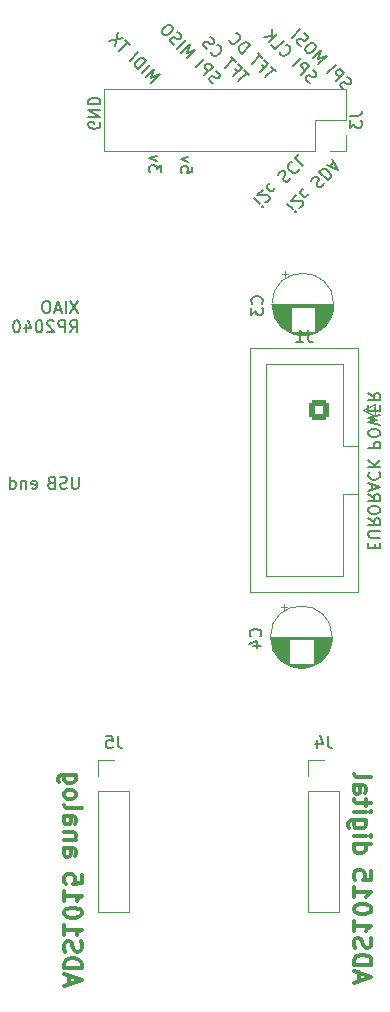
<source format=gbo>
G04 #@! TF.GenerationSoftware,KiCad,Pcbnew,(7.0.0)*
G04 #@! TF.CreationDate,2023-03-19T22:54:38+00:00*
G04 #@! TF.ProjectId,back_microlidian,6261636b-5f6d-4696-9372-6f6c69646961,rev?*
G04 #@! TF.SameCoordinates,Original*
G04 #@! TF.FileFunction,Legend,Bot*
G04 #@! TF.FilePolarity,Positive*
%FSLAX46Y46*%
G04 Gerber Fmt 4.6, Leading zero omitted, Abs format (unit mm)*
G04 Created by KiCad (PCBNEW (7.0.0)) date 2023-03-19 22:54:38*
%MOMM*%
%LPD*%
G01*
G04 APERTURE LIST*
G04 Aperture macros list*
%AMRoundRect*
0 Rectangle with rounded corners*
0 $1 Rounding radius*
0 $2 $3 $4 $5 $6 $7 $8 $9 X,Y pos of 4 corners*
0 Add a 4 corners polygon primitive as box body*
4,1,4,$2,$3,$4,$5,$6,$7,$8,$9,$2,$3,0*
0 Add four circle primitives for the rounded corners*
1,1,$1+$1,$2,$3*
1,1,$1+$1,$4,$5*
1,1,$1+$1,$6,$7*
1,1,$1+$1,$8,$9*
0 Add four rect primitives between the rounded corners*
20,1,$1+$1,$2,$3,$4,$5,0*
20,1,$1+$1,$4,$5,$6,$7,0*
20,1,$1+$1,$6,$7,$8,$9,0*
20,1,$1+$1,$8,$9,$2,$3,0*%
G04 Aperture macros list end*
%ADD10C,0.150000*%
%ADD11C,0.300000*%
%ADD12C,0.120000*%
%ADD13R,1.500000X1.050000*%
%ADD14O,1.500000X1.050000*%
%ADD15R,1.700000X1.700000*%
%ADD16O,1.700000X1.700000*%
%ADD17R,2.200000X2.200000*%
%ADD18O,2.200000X2.200000*%
%ADD19C,1.600000*%
%ADD20O,1.600000X1.600000*%
%ADD21R,1.600000X1.600000*%
%ADD22O,2.750000X1.800000*%
%ADD23C,1.397000*%
%ADD24RoundRect,0.250000X0.600000X0.600000X-0.600000X0.600000X-0.600000X-0.600000X0.600000X-0.600000X0*%
%ADD25C,1.700000*%
G04 APERTURE END LIST*
D10*
X72113864Y-55919561D02*
X71979177Y-55852217D01*
X71979177Y-55852217D02*
X71810818Y-55683859D01*
X71810818Y-55683859D02*
X71777147Y-55582843D01*
X71777147Y-55582843D02*
X71777147Y-55515500D01*
X71777147Y-55515500D02*
X71810818Y-55414485D01*
X71810818Y-55414485D02*
X71878162Y-55347141D01*
X71878162Y-55347141D02*
X71979177Y-55313469D01*
X71979177Y-55313469D02*
X72046521Y-55313469D01*
X72046521Y-55313469D02*
X72147536Y-55347141D01*
X72147536Y-55347141D02*
X72315895Y-55448156D01*
X72315895Y-55448156D02*
X72416910Y-55481828D01*
X72416910Y-55481828D02*
X72484253Y-55481828D01*
X72484253Y-55481828D02*
X72585269Y-55448156D01*
X72585269Y-55448156D02*
X72652612Y-55380813D01*
X72652612Y-55380813D02*
X72686284Y-55279798D01*
X72686284Y-55279798D02*
X72686284Y-55212454D01*
X72686284Y-55212454D02*
X72652612Y-55111439D01*
X72652612Y-55111439D02*
X72484253Y-54943080D01*
X72484253Y-54943080D02*
X72349566Y-54875737D01*
X71373086Y-55246126D02*
X72080192Y-54539019D01*
X72080192Y-54539019D02*
X71810818Y-54269645D01*
X71810818Y-54269645D02*
X71709803Y-54235973D01*
X71709803Y-54235973D02*
X71642460Y-54235973D01*
X71642460Y-54235973D02*
X71541444Y-54269645D01*
X71541444Y-54269645D02*
X71440429Y-54370660D01*
X71440429Y-54370660D02*
X71406757Y-54471675D01*
X71406757Y-54471675D02*
X71406757Y-54539019D01*
X71406757Y-54539019D02*
X71440429Y-54640034D01*
X71440429Y-54640034D02*
X71709803Y-54909408D01*
X70665979Y-54539019D02*
X71373086Y-53831912D01*
X69568280Y-53306633D02*
X69568280Y-53373977D01*
X69568280Y-53373977D02*
X69635624Y-53508664D01*
X69635624Y-53508664D02*
X69702967Y-53576007D01*
X69702967Y-53576007D02*
X69837654Y-53643351D01*
X69837654Y-53643351D02*
X69972341Y-53643351D01*
X69972341Y-53643351D02*
X70073356Y-53609679D01*
X70073356Y-53609679D02*
X70241715Y-53508664D01*
X70241715Y-53508664D02*
X70342730Y-53407648D01*
X70342730Y-53407648D02*
X70443746Y-53239290D01*
X70443746Y-53239290D02*
X70477417Y-53138274D01*
X70477417Y-53138274D02*
X70477417Y-53003587D01*
X70477417Y-53003587D02*
X70410074Y-52868900D01*
X70410074Y-52868900D02*
X70342730Y-52801557D01*
X70342730Y-52801557D02*
X70208043Y-52734213D01*
X70208043Y-52734213D02*
X70140700Y-52734213D01*
X68861173Y-52734213D02*
X69197891Y-53070931D01*
X69197891Y-53070931D02*
X69904998Y-52363824D01*
X68625471Y-52498511D02*
X69332578Y-51791404D01*
X68221410Y-52094450D02*
X68928517Y-51993435D01*
X68928517Y-51387343D02*
X68928517Y-52195465D01*
X62178619Y-63037514D02*
X62178619Y-63513704D01*
X62178619Y-63513704D02*
X61702428Y-63561323D01*
X61702428Y-63561323D02*
X61750047Y-63513704D01*
X61750047Y-63513704D02*
X61797666Y-63418466D01*
X61797666Y-63418466D02*
X61797666Y-63180371D01*
X61797666Y-63180371D02*
X61750047Y-63085133D01*
X61750047Y-63085133D02*
X61702428Y-63037514D01*
X61702428Y-63037514D02*
X61607190Y-62989895D01*
X61607190Y-62989895D02*
X61369095Y-62989895D01*
X61369095Y-62989895D02*
X61273857Y-63037514D01*
X61273857Y-63037514D02*
X61226238Y-63085133D01*
X61226238Y-63085133D02*
X61178619Y-63180371D01*
X61178619Y-63180371D02*
X61178619Y-63418466D01*
X61178619Y-63418466D02*
X61226238Y-63513704D01*
X61226238Y-63513704D02*
X61273857Y-63561323D01*
X61845285Y-62656561D02*
X61178619Y-62418466D01*
X61178619Y-62418466D02*
X61845285Y-62180371D01*
X69254643Y-54963469D02*
X68850582Y-54559408D01*
X68345505Y-55468546D02*
X69052612Y-54761439D01*
X68042459Y-54424721D02*
X68278162Y-54660423D01*
X67907772Y-55030813D02*
X68614879Y-54323706D01*
X68614879Y-54323706D02*
X68278162Y-53986988D01*
X68109803Y-53818629D02*
X67705742Y-53414568D01*
X67200666Y-54323706D02*
X67907772Y-53616599D01*
X66338669Y-53461709D02*
X67045775Y-52754602D01*
X67045775Y-52754602D02*
X66877417Y-52586243D01*
X66877417Y-52586243D02*
X66742730Y-52518900D01*
X66742730Y-52518900D02*
X66608043Y-52518900D01*
X66608043Y-52518900D02*
X66507027Y-52552571D01*
X66507027Y-52552571D02*
X66338669Y-52653587D01*
X66338669Y-52653587D02*
X66237653Y-52754602D01*
X66237653Y-52754602D02*
X66136638Y-52922961D01*
X66136638Y-52922961D02*
X66102966Y-53023976D01*
X66102966Y-53023976D02*
X66102966Y-53158663D01*
X66102966Y-53158663D02*
X66170310Y-53293350D01*
X66170310Y-53293350D02*
X66338669Y-53461709D01*
X65294844Y-52283197D02*
X65294844Y-52350541D01*
X65294844Y-52350541D02*
X65362188Y-52485228D01*
X65362188Y-52485228D02*
X65429531Y-52552571D01*
X65429531Y-52552571D02*
X65564218Y-52619915D01*
X65564218Y-52619915D02*
X65698905Y-52619915D01*
X65698905Y-52619915D02*
X65799921Y-52586243D01*
X65799921Y-52586243D02*
X65968279Y-52485228D01*
X65968279Y-52485228D02*
X66069295Y-52384213D01*
X66069295Y-52384213D02*
X66170310Y-52215854D01*
X66170310Y-52215854D02*
X66203982Y-52114839D01*
X66203982Y-52114839D02*
X66203982Y-51980152D01*
X66203982Y-51980152D02*
X66136638Y-51845465D01*
X66136638Y-51845465D02*
X66069295Y-51778121D01*
X66069295Y-51778121D02*
X65934608Y-51710778D01*
X65934608Y-51710778D02*
X65867264Y-51710778D01*
X58706521Y-55929561D02*
X59413627Y-55222454D01*
X59413627Y-55222454D02*
X58672849Y-55491828D01*
X58672849Y-55491828D02*
X58942223Y-54751050D01*
X58942223Y-54751050D02*
X58235116Y-55458156D01*
X57898399Y-55121439D02*
X58605505Y-54414332D01*
X57561682Y-54784722D02*
X58268788Y-54077615D01*
X58268788Y-54077615D02*
X58100430Y-53909256D01*
X58100430Y-53909256D02*
X57965743Y-53841913D01*
X57965743Y-53841913D02*
X57831056Y-53841913D01*
X57831056Y-53841913D02*
X57730040Y-53875584D01*
X57730040Y-53875584D02*
X57561682Y-53976600D01*
X57561682Y-53976600D02*
X57460666Y-54077615D01*
X57460666Y-54077615D02*
X57359651Y-54245974D01*
X57359651Y-54245974D02*
X57325979Y-54346989D01*
X57325979Y-54346989D02*
X57325979Y-54481676D01*
X57325979Y-54481676D02*
X57393323Y-54616363D01*
X57393323Y-54616363D02*
X57561682Y-54784722D01*
X56854575Y-54077615D02*
X57561682Y-53370508D01*
X56901716Y-52710542D02*
X56497655Y-52306481D01*
X55992578Y-53215618D02*
X56699685Y-52508512D01*
X56329296Y-52138122D02*
X55150784Y-52373824D01*
X55857891Y-51666718D02*
X55622189Y-52845229D01*
X75043864Y-56489561D02*
X74909177Y-56422217D01*
X74909177Y-56422217D02*
X74740818Y-56253859D01*
X74740818Y-56253859D02*
X74707147Y-56152843D01*
X74707147Y-56152843D02*
X74707147Y-56085500D01*
X74707147Y-56085500D02*
X74740818Y-55984485D01*
X74740818Y-55984485D02*
X74808162Y-55917141D01*
X74808162Y-55917141D02*
X74909177Y-55883469D01*
X74909177Y-55883469D02*
X74976521Y-55883469D01*
X74976521Y-55883469D02*
X75077536Y-55917141D01*
X75077536Y-55917141D02*
X75245895Y-56018156D01*
X75245895Y-56018156D02*
X75346910Y-56051828D01*
X75346910Y-56051828D02*
X75414253Y-56051828D01*
X75414253Y-56051828D02*
X75515269Y-56018156D01*
X75515269Y-56018156D02*
X75582612Y-55950813D01*
X75582612Y-55950813D02*
X75616284Y-55849798D01*
X75616284Y-55849798D02*
X75616284Y-55782454D01*
X75616284Y-55782454D02*
X75582612Y-55681439D01*
X75582612Y-55681439D02*
X75414253Y-55513080D01*
X75414253Y-55513080D02*
X75279566Y-55445737D01*
X74303086Y-55816126D02*
X75010192Y-55109019D01*
X75010192Y-55109019D02*
X74740818Y-54839645D01*
X74740818Y-54839645D02*
X74639803Y-54805973D01*
X74639803Y-54805973D02*
X74572460Y-54805973D01*
X74572460Y-54805973D02*
X74471444Y-54839645D01*
X74471444Y-54839645D02*
X74370429Y-54940660D01*
X74370429Y-54940660D02*
X74336757Y-55041675D01*
X74336757Y-55041675D02*
X74336757Y-55109019D01*
X74336757Y-55109019D02*
X74370429Y-55210034D01*
X74370429Y-55210034D02*
X74639803Y-55479408D01*
X73595979Y-55109019D02*
X74303086Y-54401912D01*
X72834998Y-54348038D02*
X73542104Y-53640931D01*
X73542104Y-53640931D02*
X72801326Y-53910305D01*
X72801326Y-53910305D02*
X73070700Y-53169526D01*
X73070700Y-53169526D02*
X72363593Y-53876633D01*
X72599295Y-52698122D02*
X72464608Y-52563435D01*
X72464608Y-52563435D02*
X72363593Y-52529763D01*
X72363593Y-52529763D02*
X72228906Y-52529763D01*
X72228906Y-52529763D02*
X72060547Y-52630779D01*
X72060547Y-52630779D02*
X71824845Y-52866481D01*
X71824845Y-52866481D02*
X71723830Y-53034840D01*
X71723830Y-53034840D02*
X71723830Y-53169527D01*
X71723830Y-53169527D02*
X71757502Y-53270542D01*
X71757502Y-53270542D02*
X71892189Y-53405229D01*
X71892189Y-53405229D02*
X71993204Y-53438901D01*
X71993204Y-53438901D02*
X72127891Y-53438901D01*
X72127891Y-53438901D02*
X72296250Y-53337885D01*
X72296250Y-53337885D02*
X72531952Y-53102183D01*
X72531952Y-53102183D02*
X72632967Y-52933824D01*
X72632967Y-52933824D02*
X72632967Y-52799137D01*
X72632967Y-52799137D02*
X72599295Y-52698122D01*
X71353441Y-52799137D02*
X71218754Y-52731794D01*
X71218754Y-52731794D02*
X71050395Y-52563435D01*
X71050395Y-52563435D02*
X71016723Y-52462420D01*
X71016723Y-52462420D02*
X71016723Y-52395076D01*
X71016723Y-52395076D02*
X71050395Y-52294061D01*
X71050395Y-52294061D02*
X71117738Y-52226718D01*
X71117738Y-52226718D02*
X71218754Y-52193046D01*
X71218754Y-52193046D02*
X71286097Y-52193046D01*
X71286097Y-52193046D02*
X71387112Y-52226718D01*
X71387112Y-52226718D02*
X71555471Y-52327733D01*
X71555471Y-52327733D02*
X71656486Y-52361405D01*
X71656486Y-52361405D02*
X71723830Y-52361405D01*
X71723830Y-52361405D02*
X71824845Y-52327733D01*
X71824845Y-52327733D02*
X71892189Y-52260389D01*
X71892189Y-52260389D02*
X71925860Y-52159374D01*
X71925860Y-52159374D02*
X71925860Y-52092031D01*
X71925860Y-52092031D02*
X71892189Y-51991015D01*
X71892189Y-51991015D02*
X71723830Y-51822657D01*
X71723830Y-51822657D02*
X71589143Y-51755313D01*
X70612662Y-52125702D02*
X71319769Y-51418595D01*
X66984643Y-55293469D02*
X66580582Y-54889408D01*
X66075505Y-55798546D02*
X66782612Y-55091439D01*
X65772459Y-54754721D02*
X66008162Y-54990423D01*
X65637772Y-55360813D02*
X66344879Y-54653706D01*
X66344879Y-54653706D02*
X66008162Y-54316988D01*
X65839803Y-54148629D02*
X65435742Y-53744568D01*
X64930666Y-54653706D02*
X65637772Y-53946599D01*
X63731951Y-53320304D02*
X63731951Y-53387648D01*
X63731951Y-53387648D02*
X63799295Y-53522335D01*
X63799295Y-53522335D02*
X63866638Y-53589678D01*
X63866638Y-53589678D02*
X64001325Y-53657022D01*
X64001325Y-53657022D02*
X64136012Y-53657022D01*
X64136012Y-53657022D02*
X64237027Y-53623350D01*
X64237027Y-53623350D02*
X64405386Y-53522335D01*
X64405386Y-53522335D02*
X64506401Y-53421319D01*
X64506401Y-53421319D02*
X64607417Y-53252961D01*
X64607417Y-53252961D02*
X64641088Y-53151945D01*
X64641088Y-53151945D02*
X64641088Y-53017258D01*
X64641088Y-53017258D02*
X64573745Y-52882571D01*
X64573745Y-52882571D02*
X64506401Y-52815228D01*
X64506401Y-52815228D02*
X64371714Y-52747884D01*
X64371714Y-52747884D02*
X64304371Y-52747884D01*
X63428905Y-53084602D02*
X63294218Y-53017258D01*
X63294218Y-53017258D02*
X63125860Y-52848900D01*
X63125860Y-52848900D02*
X63092188Y-52747884D01*
X63092188Y-52747884D02*
X63092188Y-52680541D01*
X63092188Y-52680541D02*
X63125860Y-52579526D01*
X63125860Y-52579526D02*
X63193203Y-52512182D01*
X63193203Y-52512182D02*
X63294218Y-52478510D01*
X63294218Y-52478510D02*
X63361562Y-52478510D01*
X63361562Y-52478510D02*
X63462577Y-52512182D01*
X63462577Y-52512182D02*
X63630936Y-52613197D01*
X63630936Y-52613197D02*
X63731951Y-52646869D01*
X63731951Y-52646869D02*
X63799295Y-52646869D01*
X63799295Y-52646869D02*
X63900310Y-52613197D01*
X63900310Y-52613197D02*
X63967653Y-52545854D01*
X63967653Y-52545854D02*
X64001325Y-52444839D01*
X64001325Y-52444839D02*
X64001325Y-52377495D01*
X64001325Y-52377495D02*
X63967653Y-52276480D01*
X63967653Y-52276480D02*
X63799295Y-52108121D01*
X63799295Y-52108121D02*
X63664608Y-52040778D01*
D11*
X51732800Y-132276885D02*
X51732800Y-131562600D01*
X51304228Y-132419742D02*
X52804228Y-131919742D01*
X52804228Y-131919742D02*
X51304228Y-131419742D01*
X51304228Y-130919743D02*
X52804228Y-130919743D01*
X52804228Y-130919743D02*
X52804228Y-130562600D01*
X52804228Y-130562600D02*
X52732800Y-130348314D01*
X52732800Y-130348314D02*
X52589942Y-130205457D01*
X52589942Y-130205457D02*
X52447085Y-130134028D01*
X52447085Y-130134028D02*
X52161371Y-130062600D01*
X52161371Y-130062600D02*
X51947085Y-130062600D01*
X51947085Y-130062600D02*
X51661371Y-130134028D01*
X51661371Y-130134028D02*
X51518514Y-130205457D01*
X51518514Y-130205457D02*
X51375657Y-130348314D01*
X51375657Y-130348314D02*
X51304228Y-130562600D01*
X51304228Y-130562600D02*
X51304228Y-130919743D01*
X51375657Y-129491171D02*
X51304228Y-129276886D01*
X51304228Y-129276886D02*
X51304228Y-128919743D01*
X51304228Y-128919743D02*
X51375657Y-128776886D01*
X51375657Y-128776886D02*
X51447085Y-128705457D01*
X51447085Y-128705457D02*
X51589942Y-128634028D01*
X51589942Y-128634028D02*
X51732800Y-128634028D01*
X51732800Y-128634028D02*
X51875657Y-128705457D01*
X51875657Y-128705457D02*
X51947085Y-128776886D01*
X51947085Y-128776886D02*
X52018514Y-128919743D01*
X52018514Y-128919743D02*
X52089942Y-129205457D01*
X52089942Y-129205457D02*
X52161371Y-129348314D01*
X52161371Y-129348314D02*
X52232800Y-129419743D01*
X52232800Y-129419743D02*
X52375657Y-129491171D01*
X52375657Y-129491171D02*
X52518514Y-129491171D01*
X52518514Y-129491171D02*
X52661371Y-129419743D01*
X52661371Y-129419743D02*
X52732800Y-129348314D01*
X52732800Y-129348314D02*
X52804228Y-129205457D01*
X52804228Y-129205457D02*
X52804228Y-128848314D01*
X52804228Y-128848314D02*
X52732800Y-128634028D01*
X51304228Y-127205457D02*
X51304228Y-128062600D01*
X51304228Y-127634029D02*
X52804228Y-127634029D01*
X52804228Y-127634029D02*
X52589942Y-127776886D01*
X52589942Y-127776886D02*
X52447085Y-127919743D01*
X52447085Y-127919743D02*
X52375657Y-128062600D01*
X52804228Y-126276886D02*
X52804228Y-126134029D01*
X52804228Y-126134029D02*
X52732800Y-125991172D01*
X52732800Y-125991172D02*
X52661371Y-125919744D01*
X52661371Y-125919744D02*
X52518514Y-125848315D01*
X52518514Y-125848315D02*
X52232800Y-125776886D01*
X52232800Y-125776886D02*
X51875657Y-125776886D01*
X51875657Y-125776886D02*
X51589942Y-125848315D01*
X51589942Y-125848315D02*
X51447085Y-125919744D01*
X51447085Y-125919744D02*
X51375657Y-125991172D01*
X51375657Y-125991172D02*
X51304228Y-126134029D01*
X51304228Y-126134029D02*
X51304228Y-126276886D01*
X51304228Y-126276886D02*
X51375657Y-126419744D01*
X51375657Y-126419744D02*
X51447085Y-126491172D01*
X51447085Y-126491172D02*
X51589942Y-126562601D01*
X51589942Y-126562601D02*
X51875657Y-126634029D01*
X51875657Y-126634029D02*
X52232800Y-126634029D01*
X52232800Y-126634029D02*
X52518514Y-126562601D01*
X52518514Y-126562601D02*
X52661371Y-126491172D01*
X52661371Y-126491172D02*
X52732800Y-126419744D01*
X52732800Y-126419744D02*
X52804228Y-126276886D01*
X51304228Y-124348315D02*
X51304228Y-125205458D01*
X51304228Y-124776887D02*
X52804228Y-124776887D01*
X52804228Y-124776887D02*
X52589942Y-124919744D01*
X52589942Y-124919744D02*
X52447085Y-125062601D01*
X52447085Y-125062601D02*
X52375657Y-125205458D01*
X52804228Y-122991173D02*
X52804228Y-123705459D01*
X52804228Y-123705459D02*
X52089942Y-123776887D01*
X52089942Y-123776887D02*
X52161371Y-123705459D01*
X52161371Y-123705459D02*
X52232800Y-123562602D01*
X52232800Y-123562602D02*
X52232800Y-123205459D01*
X52232800Y-123205459D02*
X52161371Y-123062602D01*
X52161371Y-123062602D02*
X52089942Y-122991173D01*
X52089942Y-122991173D02*
X51947085Y-122919744D01*
X51947085Y-122919744D02*
X51589942Y-122919744D01*
X51589942Y-122919744D02*
X51447085Y-122991173D01*
X51447085Y-122991173D02*
X51375657Y-123062602D01*
X51375657Y-123062602D02*
X51304228Y-123205459D01*
X51304228Y-123205459D02*
X51304228Y-123562602D01*
X51304228Y-123562602D02*
X51375657Y-123705459D01*
X51375657Y-123705459D02*
X51447085Y-123776887D01*
X51304228Y-120734031D02*
X52089942Y-120734031D01*
X52089942Y-120734031D02*
X52232800Y-120805459D01*
X52232800Y-120805459D02*
X52304228Y-120948316D01*
X52304228Y-120948316D02*
X52304228Y-121234031D01*
X52304228Y-121234031D02*
X52232800Y-121376888D01*
X51375657Y-120734031D02*
X51304228Y-120876888D01*
X51304228Y-120876888D02*
X51304228Y-121234031D01*
X51304228Y-121234031D02*
X51375657Y-121376888D01*
X51375657Y-121376888D02*
X51518514Y-121448316D01*
X51518514Y-121448316D02*
X51661371Y-121448316D01*
X51661371Y-121448316D02*
X51804228Y-121376888D01*
X51804228Y-121376888D02*
X51875657Y-121234031D01*
X51875657Y-121234031D02*
X51875657Y-120876888D01*
X51875657Y-120876888D02*
X51947085Y-120734031D01*
X52304228Y-120019745D02*
X51304228Y-120019745D01*
X52161371Y-120019745D02*
X52232800Y-119948316D01*
X52232800Y-119948316D02*
X52304228Y-119805459D01*
X52304228Y-119805459D02*
X52304228Y-119591173D01*
X52304228Y-119591173D02*
X52232800Y-119448316D01*
X52232800Y-119448316D02*
X52089942Y-119376888D01*
X52089942Y-119376888D02*
X51304228Y-119376888D01*
X51304228Y-118019745D02*
X52089942Y-118019745D01*
X52089942Y-118019745D02*
X52232800Y-118091173D01*
X52232800Y-118091173D02*
X52304228Y-118234030D01*
X52304228Y-118234030D02*
X52304228Y-118519745D01*
X52304228Y-118519745D02*
X52232800Y-118662602D01*
X51375657Y-118019745D02*
X51304228Y-118162602D01*
X51304228Y-118162602D02*
X51304228Y-118519745D01*
X51304228Y-118519745D02*
X51375657Y-118662602D01*
X51375657Y-118662602D02*
X51518514Y-118734030D01*
X51518514Y-118734030D02*
X51661371Y-118734030D01*
X51661371Y-118734030D02*
X51804228Y-118662602D01*
X51804228Y-118662602D02*
X51875657Y-118519745D01*
X51875657Y-118519745D02*
X51875657Y-118162602D01*
X51875657Y-118162602D02*
X51947085Y-118019745D01*
X51304228Y-117091173D02*
X51375657Y-117234030D01*
X51375657Y-117234030D02*
X51518514Y-117305459D01*
X51518514Y-117305459D02*
X52804228Y-117305459D01*
X51304228Y-116305459D02*
X51375657Y-116448316D01*
X51375657Y-116448316D02*
X51447085Y-116519745D01*
X51447085Y-116519745D02*
X51589942Y-116591173D01*
X51589942Y-116591173D02*
X52018514Y-116591173D01*
X52018514Y-116591173D02*
X52161371Y-116519745D01*
X52161371Y-116519745D02*
X52232800Y-116448316D01*
X52232800Y-116448316D02*
X52304228Y-116305459D01*
X52304228Y-116305459D02*
X52304228Y-116091173D01*
X52304228Y-116091173D02*
X52232800Y-115948316D01*
X52232800Y-115948316D02*
X52161371Y-115876888D01*
X52161371Y-115876888D02*
X52018514Y-115805459D01*
X52018514Y-115805459D02*
X51589942Y-115805459D01*
X51589942Y-115805459D02*
X51447085Y-115876888D01*
X51447085Y-115876888D02*
X51375657Y-115948316D01*
X51375657Y-115948316D02*
X51304228Y-116091173D01*
X51304228Y-116091173D02*
X51304228Y-116305459D01*
X52304228Y-114519745D02*
X51089942Y-114519745D01*
X51089942Y-114519745D02*
X50947085Y-114591173D01*
X50947085Y-114591173D02*
X50875657Y-114662602D01*
X50875657Y-114662602D02*
X50804228Y-114805459D01*
X50804228Y-114805459D02*
X50804228Y-115019745D01*
X50804228Y-115019745D02*
X50875657Y-115162602D01*
X51375657Y-114519745D02*
X51304228Y-114662602D01*
X51304228Y-114662602D02*
X51304228Y-114948316D01*
X51304228Y-114948316D02*
X51375657Y-115091173D01*
X51375657Y-115091173D02*
X51447085Y-115162602D01*
X51447085Y-115162602D02*
X51589942Y-115234030D01*
X51589942Y-115234030D02*
X52018514Y-115234030D01*
X52018514Y-115234030D02*
X52161371Y-115162602D01*
X52161371Y-115162602D02*
X52232800Y-115091173D01*
X52232800Y-115091173D02*
X52304228Y-114948316D01*
X52304228Y-114948316D02*
X52304228Y-114662602D01*
X52304228Y-114662602D02*
X52232800Y-114519745D01*
D10*
X52543104Y-89307980D02*
X52543104Y-90117504D01*
X52543104Y-90117504D02*
X52495485Y-90212742D01*
X52495485Y-90212742D02*
X52447866Y-90260361D01*
X52447866Y-90260361D02*
X52352628Y-90307980D01*
X52352628Y-90307980D02*
X52162152Y-90307980D01*
X52162152Y-90307980D02*
X52066914Y-90260361D01*
X52066914Y-90260361D02*
X52019295Y-90212742D01*
X52019295Y-90212742D02*
X51971676Y-90117504D01*
X51971676Y-90117504D02*
X51971676Y-89307980D01*
X51543104Y-90260361D02*
X51400247Y-90307980D01*
X51400247Y-90307980D02*
X51162152Y-90307980D01*
X51162152Y-90307980D02*
X51066914Y-90260361D01*
X51066914Y-90260361D02*
X51019295Y-90212742D01*
X51019295Y-90212742D02*
X50971676Y-90117504D01*
X50971676Y-90117504D02*
X50971676Y-90022266D01*
X50971676Y-90022266D02*
X51019295Y-89927028D01*
X51019295Y-89927028D02*
X51066914Y-89879409D01*
X51066914Y-89879409D02*
X51162152Y-89831790D01*
X51162152Y-89831790D02*
X51352628Y-89784171D01*
X51352628Y-89784171D02*
X51447866Y-89736552D01*
X51447866Y-89736552D02*
X51495485Y-89688933D01*
X51495485Y-89688933D02*
X51543104Y-89593695D01*
X51543104Y-89593695D02*
X51543104Y-89498457D01*
X51543104Y-89498457D02*
X51495485Y-89403219D01*
X51495485Y-89403219D02*
X51447866Y-89355600D01*
X51447866Y-89355600D02*
X51352628Y-89307980D01*
X51352628Y-89307980D02*
X51114533Y-89307980D01*
X51114533Y-89307980D02*
X50971676Y-89355600D01*
X50209771Y-89784171D02*
X50066914Y-89831790D01*
X50066914Y-89831790D02*
X50019295Y-89879409D01*
X50019295Y-89879409D02*
X49971676Y-89974647D01*
X49971676Y-89974647D02*
X49971676Y-90117504D01*
X49971676Y-90117504D02*
X50019295Y-90212742D01*
X50019295Y-90212742D02*
X50066914Y-90260361D01*
X50066914Y-90260361D02*
X50162152Y-90307980D01*
X50162152Y-90307980D02*
X50543104Y-90307980D01*
X50543104Y-90307980D02*
X50543104Y-89307980D01*
X50543104Y-89307980D02*
X50209771Y-89307980D01*
X50209771Y-89307980D02*
X50114533Y-89355600D01*
X50114533Y-89355600D02*
X50066914Y-89403219D01*
X50066914Y-89403219D02*
X50019295Y-89498457D01*
X50019295Y-89498457D02*
X50019295Y-89593695D01*
X50019295Y-89593695D02*
X50066914Y-89688933D01*
X50066914Y-89688933D02*
X50114533Y-89736552D01*
X50114533Y-89736552D02*
X50209771Y-89784171D01*
X50209771Y-89784171D02*
X50543104Y-89784171D01*
X48562152Y-90260361D02*
X48657390Y-90307980D01*
X48657390Y-90307980D02*
X48847866Y-90307980D01*
X48847866Y-90307980D02*
X48943104Y-90260361D01*
X48943104Y-90260361D02*
X48990723Y-90165123D01*
X48990723Y-90165123D02*
X48990723Y-89784171D01*
X48990723Y-89784171D02*
X48943104Y-89688933D01*
X48943104Y-89688933D02*
X48847866Y-89641314D01*
X48847866Y-89641314D02*
X48657390Y-89641314D01*
X48657390Y-89641314D02*
X48562152Y-89688933D01*
X48562152Y-89688933D02*
X48514533Y-89784171D01*
X48514533Y-89784171D02*
X48514533Y-89879409D01*
X48514533Y-89879409D02*
X48990723Y-89974647D01*
X48085961Y-89641314D02*
X48085961Y-90307980D01*
X48085961Y-89736552D02*
X48038342Y-89688933D01*
X48038342Y-89688933D02*
X47943104Y-89641314D01*
X47943104Y-89641314D02*
X47800247Y-89641314D01*
X47800247Y-89641314D02*
X47705009Y-89688933D01*
X47705009Y-89688933D02*
X47657390Y-89784171D01*
X47657390Y-89784171D02*
X47657390Y-90307980D01*
X46752628Y-90307980D02*
X46752628Y-89307980D01*
X46752628Y-90260361D02*
X46847866Y-90307980D01*
X46847866Y-90307980D02*
X47038342Y-90307980D01*
X47038342Y-90307980D02*
X47133580Y-90260361D01*
X47133580Y-90260361D02*
X47181199Y-90212742D01*
X47181199Y-90212742D02*
X47228818Y-90117504D01*
X47228818Y-90117504D02*
X47228818Y-89831790D01*
X47228818Y-89831790D02*
X47181199Y-89736552D01*
X47181199Y-89736552D02*
X47133580Y-89688933D01*
X47133580Y-89688933D02*
X47038342Y-89641314D01*
X47038342Y-89641314D02*
X46847866Y-89641314D01*
X46847866Y-89641314D02*
X46752628Y-89688933D01*
X59528619Y-63528942D02*
X59528619Y-62909895D01*
X59528619Y-62909895D02*
X59147666Y-63243228D01*
X59147666Y-63243228D02*
X59147666Y-63100371D01*
X59147666Y-63100371D02*
X59100047Y-63005133D01*
X59100047Y-63005133D02*
X59052428Y-62957514D01*
X59052428Y-62957514D02*
X58957190Y-62909895D01*
X58957190Y-62909895D02*
X58719095Y-62909895D01*
X58719095Y-62909895D02*
X58623857Y-62957514D01*
X58623857Y-62957514D02*
X58576238Y-63005133D01*
X58576238Y-63005133D02*
X58528619Y-63100371D01*
X58528619Y-63100371D02*
X58528619Y-63386085D01*
X58528619Y-63386085D02*
X58576238Y-63481323D01*
X58576238Y-63481323D02*
X58623857Y-63528942D01*
X59195285Y-62576561D02*
X58528619Y-62338466D01*
X58528619Y-62338466D02*
X59195285Y-62100371D01*
X77601828Y-95342104D02*
X77601828Y-95008771D01*
X77078019Y-94865914D02*
X77078019Y-95342104D01*
X77078019Y-95342104D02*
X78078019Y-95342104D01*
X78078019Y-95342104D02*
X78078019Y-94865914D01*
X78078019Y-94437342D02*
X77268495Y-94437342D01*
X77268495Y-94437342D02*
X77173257Y-94389723D01*
X77173257Y-94389723D02*
X77125638Y-94342104D01*
X77125638Y-94342104D02*
X77078019Y-94246866D01*
X77078019Y-94246866D02*
X77078019Y-94056390D01*
X77078019Y-94056390D02*
X77125638Y-93961152D01*
X77125638Y-93961152D02*
X77173257Y-93913533D01*
X77173257Y-93913533D02*
X77268495Y-93865914D01*
X77268495Y-93865914D02*
X78078019Y-93865914D01*
X77078019Y-92818295D02*
X77554209Y-93151628D01*
X77078019Y-93389723D02*
X78078019Y-93389723D01*
X78078019Y-93389723D02*
X78078019Y-93008771D01*
X78078019Y-93008771D02*
X78030400Y-92913533D01*
X78030400Y-92913533D02*
X77982780Y-92865914D01*
X77982780Y-92865914D02*
X77887542Y-92818295D01*
X77887542Y-92818295D02*
X77744685Y-92818295D01*
X77744685Y-92818295D02*
X77649447Y-92865914D01*
X77649447Y-92865914D02*
X77601828Y-92913533D01*
X77601828Y-92913533D02*
X77554209Y-93008771D01*
X77554209Y-93008771D02*
X77554209Y-93389723D01*
X78078019Y-92199247D02*
X78078019Y-92008771D01*
X78078019Y-92008771D02*
X78030400Y-91913533D01*
X78030400Y-91913533D02*
X77935161Y-91818295D01*
X77935161Y-91818295D02*
X77744685Y-91770676D01*
X77744685Y-91770676D02*
X77411352Y-91770676D01*
X77411352Y-91770676D02*
X77220876Y-91818295D01*
X77220876Y-91818295D02*
X77125638Y-91913533D01*
X77125638Y-91913533D02*
X77078019Y-92008771D01*
X77078019Y-92008771D02*
X77078019Y-92199247D01*
X77078019Y-92199247D02*
X77125638Y-92294485D01*
X77125638Y-92294485D02*
X77220876Y-92389723D01*
X77220876Y-92389723D02*
X77411352Y-92437342D01*
X77411352Y-92437342D02*
X77744685Y-92437342D01*
X77744685Y-92437342D02*
X77935161Y-92389723D01*
X77935161Y-92389723D02*
X78030400Y-92294485D01*
X78030400Y-92294485D02*
X78078019Y-92199247D01*
X77078019Y-90770676D02*
X77554209Y-91104009D01*
X77078019Y-91342104D02*
X78078019Y-91342104D01*
X78078019Y-91342104D02*
X78078019Y-90961152D01*
X78078019Y-90961152D02*
X78030400Y-90865914D01*
X78030400Y-90865914D02*
X77982780Y-90818295D01*
X77982780Y-90818295D02*
X77887542Y-90770676D01*
X77887542Y-90770676D02*
X77744685Y-90770676D01*
X77744685Y-90770676D02*
X77649447Y-90818295D01*
X77649447Y-90818295D02*
X77601828Y-90865914D01*
X77601828Y-90865914D02*
X77554209Y-90961152D01*
X77554209Y-90961152D02*
X77554209Y-91342104D01*
X77363733Y-90389723D02*
X77363733Y-89913533D01*
X77078019Y-90484961D02*
X78078019Y-90151628D01*
X78078019Y-90151628D02*
X77078019Y-89818295D01*
X77173257Y-88913533D02*
X77125638Y-88961152D01*
X77125638Y-88961152D02*
X77078019Y-89104009D01*
X77078019Y-89104009D02*
X77078019Y-89199247D01*
X77078019Y-89199247D02*
X77125638Y-89342104D01*
X77125638Y-89342104D02*
X77220876Y-89437342D01*
X77220876Y-89437342D02*
X77316114Y-89484961D01*
X77316114Y-89484961D02*
X77506590Y-89532580D01*
X77506590Y-89532580D02*
X77649447Y-89532580D01*
X77649447Y-89532580D02*
X77839923Y-89484961D01*
X77839923Y-89484961D02*
X77935161Y-89437342D01*
X77935161Y-89437342D02*
X78030400Y-89342104D01*
X78030400Y-89342104D02*
X78078019Y-89199247D01*
X78078019Y-89199247D02*
X78078019Y-89104009D01*
X78078019Y-89104009D02*
X78030400Y-88961152D01*
X78030400Y-88961152D02*
X77982780Y-88913533D01*
X77078019Y-88484961D02*
X78078019Y-88484961D01*
X77078019Y-87913533D02*
X77649447Y-88342104D01*
X78078019Y-87913533D02*
X77506590Y-88484961D01*
X77078019Y-86884961D02*
X78078019Y-86884961D01*
X78078019Y-86884961D02*
X78078019Y-86504009D01*
X78078019Y-86504009D02*
X78030400Y-86408771D01*
X78030400Y-86408771D02*
X77982780Y-86361152D01*
X77982780Y-86361152D02*
X77887542Y-86313533D01*
X77887542Y-86313533D02*
X77744685Y-86313533D01*
X77744685Y-86313533D02*
X77649447Y-86361152D01*
X77649447Y-86361152D02*
X77601828Y-86408771D01*
X77601828Y-86408771D02*
X77554209Y-86504009D01*
X77554209Y-86504009D02*
X77554209Y-86884961D01*
X78078019Y-85694485D02*
X78078019Y-85504009D01*
X78078019Y-85504009D02*
X78030400Y-85408771D01*
X78030400Y-85408771D02*
X77935161Y-85313533D01*
X77935161Y-85313533D02*
X77744685Y-85265914D01*
X77744685Y-85265914D02*
X77411352Y-85265914D01*
X77411352Y-85265914D02*
X77220876Y-85313533D01*
X77220876Y-85313533D02*
X77125638Y-85408771D01*
X77125638Y-85408771D02*
X77078019Y-85504009D01*
X77078019Y-85504009D02*
X77078019Y-85694485D01*
X77078019Y-85694485D02*
X77125638Y-85789723D01*
X77125638Y-85789723D02*
X77220876Y-85884961D01*
X77220876Y-85884961D02*
X77411352Y-85932580D01*
X77411352Y-85932580D02*
X77744685Y-85932580D01*
X77744685Y-85932580D02*
X77935161Y-85884961D01*
X77935161Y-85884961D02*
X78030400Y-85789723D01*
X78030400Y-85789723D02*
X78078019Y-85694485D01*
X78078019Y-84932580D02*
X77078019Y-84694485D01*
X77078019Y-84694485D02*
X77792304Y-84504009D01*
X77792304Y-84504009D02*
X77078019Y-84313533D01*
X77078019Y-84313533D02*
X78078019Y-84075438D01*
X77601828Y-83694485D02*
X77601828Y-83361152D01*
X77078019Y-83218295D02*
X77078019Y-83694485D01*
X77078019Y-83694485D02*
X78078019Y-83694485D01*
X78078019Y-83694485D02*
X78078019Y-83218295D01*
X77078019Y-82218295D02*
X77554209Y-82551628D01*
X77078019Y-82789723D02*
X78078019Y-82789723D01*
X78078019Y-82789723D02*
X78078019Y-82408771D01*
X78078019Y-82408771D02*
X78030400Y-82313533D01*
X78030400Y-82313533D02*
X77982780Y-82265914D01*
X77982780Y-82265914D02*
X77887542Y-82218295D01*
X77887542Y-82218295D02*
X77744685Y-82218295D01*
X77744685Y-82218295D02*
X77649447Y-82265914D01*
X77649447Y-82265914D02*
X77601828Y-82313533D01*
X77601828Y-82313533D02*
X77554209Y-82408771D01*
X77554209Y-82408771D02*
X77554209Y-82789723D01*
X54331000Y-59279895D02*
X54378619Y-59375133D01*
X54378619Y-59375133D02*
X54378619Y-59517990D01*
X54378619Y-59517990D02*
X54331000Y-59660847D01*
X54331000Y-59660847D02*
X54235761Y-59756085D01*
X54235761Y-59756085D02*
X54140523Y-59803704D01*
X54140523Y-59803704D02*
X53950047Y-59851323D01*
X53950047Y-59851323D02*
X53807190Y-59851323D01*
X53807190Y-59851323D02*
X53616714Y-59803704D01*
X53616714Y-59803704D02*
X53521476Y-59756085D01*
X53521476Y-59756085D02*
X53426238Y-59660847D01*
X53426238Y-59660847D02*
X53378619Y-59517990D01*
X53378619Y-59517990D02*
X53378619Y-59422752D01*
X53378619Y-59422752D02*
X53426238Y-59279895D01*
X53426238Y-59279895D02*
X53473857Y-59232276D01*
X53473857Y-59232276D02*
X53807190Y-59232276D01*
X53807190Y-59232276D02*
X53807190Y-59422752D01*
X53378619Y-58803704D02*
X54378619Y-58803704D01*
X54378619Y-58803704D02*
X53378619Y-58232276D01*
X53378619Y-58232276D02*
X54378619Y-58232276D01*
X53378619Y-57756085D02*
X54378619Y-57756085D01*
X54378619Y-57756085D02*
X54378619Y-57517990D01*
X54378619Y-57517990D02*
X54331000Y-57375133D01*
X54331000Y-57375133D02*
X54235761Y-57279895D01*
X54235761Y-57279895D02*
X54140523Y-57232276D01*
X54140523Y-57232276D02*
X53950047Y-57184657D01*
X53950047Y-57184657D02*
X53807190Y-57184657D01*
X53807190Y-57184657D02*
X53616714Y-57232276D01*
X53616714Y-57232276D02*
X53521476Y-57279895D01*
X53521476Y-57279895D02*
X53426238Y-57375133D01*
X53426238Y-57375133D02*
X53378619Y-57517990D01*
X53378619Y-57517990D02*
X53378619Y-57756085D01*
X52485942Y-74429180D02*
X51819276Y-75429180D01*
X51819276Y-74429180D02*
X52485942Y-75429180D01*
X51438323Y-75429180D02*
X51438323Y-74429180D01*
X51009752Y-75143466D02*
X50533562Y-75143466D01*
X51104990Y-75429180D02*
X50771657Y-74429180D01*
X50771657Y-74429180D02*
X50438324Y-75429180D01*
X49914514Y-74429180D02*
X49724038Y-74429180D01*
X49724038Y-74429180D02*
X49628800Y-74476800D01*
X49628800Y-74476800D02*
X49533562Y-74572038D01*
X49533562Y-74572038D02*
X49485943Y-74762514D01*
X49485943Y-74762514D02*
X49485943Y-75095847D01*
X49485943Y-75095847D02*
X49533562Y-75286323D01*
X49533562Y-75286323D02*
X49628800Y-75381561D01*
X49628800Y-75381561D02*
X49724038Y-75429180D01*
X49724038Y-75429180D02*
X49914514Y-75429180D01*
X49914514Y-75429180D02*
X50009752Y-75381561D01*
X50009752Y-75381561D02*
X50104990Y-75286323D01*
X50104990Y-75286323D02*
X50152609Y-75095847D01*
X50152609Y-75095847D02*
X50152609Y-74762514D01*
X50152609Y-74762514D02*
X50104990Y-74572038D01*
X50104990Y-74572038D02*
X50009752Y-74476800D01*
X50009752Y-74476800D02*
X49914514Y-74429180D01*
X51819276Y-77049180D02*
X52152609Y-76572990D01*
X52390704Y-77049180D02*
X52390704Y-76049180D01*
X52390704Y-76049180D02*
X52009752Y-76049180D01*
X52009752Y-76049180D02*
X51914514Y-76096800D01*
X51914514Y-76096800D02*
X51866895Y-76144419D01*
X51866895Y-76144419D02*
X51819276Y-76239657D01*
X51819276Y-76239657D02*
X51819276Y-76382514D01*
X51819276Y-76382514D02*
X51866895Y-76477752D01*
X51866895Y-76477752D02*
X51914514Y-76525371D01*
X51914514Y-76525371D02*
X52009752Y-76572990D01*
X52009752Y-76572990D02*
X52390704Y-76572990D01*
X51390704Y-77049180D02*
X51390704Y-76049180D01*
X51390704Y-76049180D02*
X51009752Y-76049180D01*
X51009752Y-76049180D02*
X50914514Y-76096800D01*
X50914514Y-76096800D02*
X50866895Y-76144419D01*
X50866895Y-76144419D02*
X50819276Y-76239657D01*
X50819276Y-76239657D02*
X50819276Y-76382514D01*
X50819276Y-76382514D02*
X50866895Y-76477752D01*
X50866895Y-76477752D02*
X50914514Y-76525371D01*
X50914514Y-76525371D02*
X51009752Y-76572990D01*
X51009752Y-76572990D02*
X51390704Y-76572990D01*
X50438323Y-76144419D02*
X50390704Y-76096800D01*
X50390704Y-76096800D02*
X50295466Y-76049180D01*
X50295466Y-76049180D02*
X50057371Y-76049180D01*
X50057371Y-76049180D02*
X49962133Y-76096800D01*
X49962133Y-76096800D02*
X49914514Y-76144419D01*
X49914514Y-76144419D02*
X49866895Y-76239657D01*
X49866895Y-76239657D02*
X49866895Y-76334895D01*
X49866895Y-76334895D02*
X49914514Y-76477752D01*
X49914514Y-76477752D02*
X50485942Y-77049180D01*
X50485942Y-77049180D02*
X49866895Y-77049180D01*
X49247847Y-76049180D02*
X49152609Y-76049180D01*
X49152609Y-76049180D02*
X49057371Y-76096800D01*
X49057371Y-76096800D02*
X49009752Y-76144419D01*
X49009752Y-76144419D02*
X48962133Y-76239657D01*
X48962133Y-76239657D02*
X48914514Y-76430133D01*
X48914514Y-76430133D02*
X48914514Y-76668228D01*
X48914514Y-76668228D02*
X48962133Y-76858704D01*
X48962133Y-76858704D02*
X49009752Y-76953942D01*
X49009752Y-76953942D02*
X49057371Y-77001561D01*
X49057371Y-77001561D02*
X49152609Y-77049180D01*
X49152609Y-77049180D02*
X49247847Y-77049180D01*
X49247847Y-77049180D02*
X49343085Y-77001561D01*
X49343085Y-77001561D02*
X49390704Y-76953942D01*
X49390704Y-76953942D02*
X49438323Y-76858704D01*
X49438323Y-76858704D02*
X49485942Y-76668228D01*
X49485942Y-76668228D02*
X49485942Y-76430133D01*
X49485942Y-76430133D02*
X49438323Y-76239657D01*
X49438323Y-76239657D02*
X49390704Y-76144419D01*
X49390704Y-76144419D02*
X49343085Y-76096800D01*
X49343085Y-76096800D02*
X49247847Y-76049180D01*
X48057371Y-76382514D02*
X48057371Y-77049180D01*
X48295466Y-76001561D02*
X48533561Y-76715847D01*
X48533561Y-76715847D02*
X47914514Y-76715847D01*
X47343085Y-76049180D02*
X47247847Y-76049180D01*
X47247847Y-76049180D02*
X47152609Y-76096800D01*
X47152609Y-76096800D02*
X47104990Y-76144419D01*
X47104990Y-76144419D02*
X47057371Y-76239657D01*
X47057371Y-76239657D02*
X47009752Y-76430133D01*
X47009752Y-76430133D02*
X47009752Y-76668228D01*
X47009752Y-76668228D02*
X47057371Y-76858704D01*
X47057371Y-76858704D02*
X47104990Y-76953942D01*
X47104990Y-76953942D02*
X47152609Y-77001561D01*
X47152609Y-77001561D02*
X47247847Y-77049180D01*
X47247847Y-77049180D02*
X47343085Y-77049180D01*
X47343085Y-77049180D02*
X47438323Y-77001561D01*
X47438323Y-77001561D02*
X47485942Y-76953942D01*
X47485942Y-76953942D02*
X47533561Y-76858704D01*
X47533561Y-76858704D02*
X47581180Y-76668228D01*
X47581180Y-76668228D02*
X47581180Y-76430133D01*
X47581180Y-76430133D02*
X47533561Y-76239657D01*
X47533561Y-76239657D02*
X47485942Y-76144419D01*
X47485942Y-76144419D02*
X47438323Y-76096800D01*
X47438323Y-76096800D02*
X47343085Y-76049180D01*
X70223238Y-66187321D02*
X70694643Y-66658725D01*
X70930345Y-66894427D02*
X70863001Y-66894427D01*
X70863001Y-66894427D02*
X70863001Y-66827084D01*
X70863001Y-66827084D02*
X70930345Y-66827084D01*
X70930345Y-66827084D02*
X70930345Y-66894427D01*
X70930345Y-66894427D02*
X70863001Y-66827084D01*
X71166047Y-66524038D02*
X71233390Y-66524038D01*
X71233390Y-66524038D02*
X71334406Y-66490367D01*
X71334406Y-66490367D02*
X71502764Y-66322008D01*
X71502764Y-66322008D02*
X71536436Y-66220993D01*
X71536436Y-66220993D02*
X71536436Y-66153649D01*
X71536436Y-66153649D02*
X71502764Y-66052634D01*
X71502764Y-66052634D02*
X71435421Y-65985290D01*
X71435421Y-65985290D02*
X71300734Y-65917947D01*
X71300734Y-65917947D02*
X70492612Y-65917947D01*
X70492612Y-65917947D02*
X70930345Y-65480214D01*
X71570108Y-64907794D02*
X71469093Y-64941466D01*
X71469093Y-64941466D02*
X71334406Y-65076153D01*
X71334406Y-65076153D02*
X71300734Y-65177168D01*
X71300734Y-65177168D02*
X71300734Y-65244512D01*
X71300734Y-65244512D02*
X71334406Y-65345527D01*
X71334406Y-65345527D02*
X71536436Y-65547558D01*
X71536436Y-65547558D02*
X71637451Y-65581229D01*
X71637451Y-65581229D02*
X71704795Y-65581229D01*
X71704795Y-65581229D02*
X71805810Y-65547558D01*
X71805810Y-65547558D02*
X71940497Y-65412871D01*
X71940497Y-65412871D02*
X71974169Y-65311855D01*
X72263746Y-64214156D02*
X72331090Y-64079469D01*
X72331090Y-64079469D02*
X72499448Y-63911110D01*
X72499448Y-63911110D02*
X72600464Y-63877439D01*
X72600464Y-63877439D02*
X72667807Y-63877439D01*
X72667807Y-63877439D02*
X72768822Y-63911110D01*
X72768822Y-63911110D02*
X72836166Y-63978454D01*
X72836166Y-63978454D02*
X72869838Y-64079469D01*
X72869838Y-64079469D02*
X72869838Y-64146813D01*
X72869838Y-64146813D02*
X72836166Y-64247828D01*
X72836166Y-64247828D02*
X72735151Y-64416187D01*
X72735151Y-64416187D02*
X72701479Y-64517202D01*
X72701479Y-64517202D02*
X72701479Y-64584545D01*
X72701479Y-64584545D02*
X72735151Y-64685561D01*
X72735151Y-64685561D02*
X72802494Y-64752904D01*
X72802494Y-64752904D02*
X72903509Y-64786576D01*
X72903509Y-64786576D02*
X72970853Y-64786576D01*
X72970853Y-64786576D02*
X73071868Y-64752904D01*
X73071868Y-64752904D02*
X73240227Y-64584545D01*
X73240227Y-64584545D02*
X73307570Y-64449858D01*
X72937181Y-63473378D02*
X73644288Y-64180484D01*
X73644288Y-64180484D02*
X73812647Y-64012126D01*
X73812647Y-64012126D02*
X73879990Y-63877439D01*
X73879990Y-63877439D02*
X73879990Y-63742752D01*
X73879990Y-63742752D02*
X73846318Y-63641736D01*
X73846318Y-63641736D02*
X73745303Y-63473378D01*
X73745303Y-63473378D02*
X73644288Y-63372362D01*
X73644288Y-63372362D02*
X73475929Y-63271347D01*
X73475929Y-63271347D02*
X73374914Y-63237675D01*
X73374914Y-63237675D02*
X73240227Y-63237675D01*
X73240227Y-63237675D02*
X73105540Y-63305019D01*
X73105540Y-63305019D02*
X72937181Y-63473378D01*
X73812647Y-63001973D02*
X74149364Y-62665256D01*
X73543273Y-62867286D02*
X74486082Y-63338691D01*
X74486082Y-63338691D02*
X74014677Y-62395882D01*
D11*
X76269200Y-131972085D02*
X76269200Y-131257800D01*
X75840628Y-132114942D02*
X77340628Y-131614942D01*
X77340628Y-131614942D02*
X75840628Y-131114942D01*
X75840628Y-130614943D02*
X77340628Y-130614943D01*
X77340628Y-130614943D02*
X77340628Y-130257800D01*
X77340628Y-130257800D02*
X77269200Y-130043514D01*
X77269200Y-130043514D02*
X77126342Y-129900657D01*
X77126342Y-129900657D02*
X76983485Y-129829228D01*
X76983485Y-129829228D02*
X76697771Y-129757800D01*
X76697771Y-129757800D02*
X76483485Y-129757800D01*
X76483485Y-129757800D02*
X76197771Y-129829228D01*
X76197771Y-129829228D02*
X76054914Y-129900657D01*
X76054914Y-129900657D02*
X75912057Y-130043514D01*
X75912057Y-130043514D02*
X75840628Y-130257800D01*
X75840628Y-130257800D02*
X75840628Y-130614943D01*
X75912057Y-129186371D02*
X75840628Y-128972086D01*
X75840628Y-128972086D02*
X75840628Y-128614943D01*
X75840628Y-128614943D02*
X75912057Y-128472086D01*
X75912057Y-128472086D02*
X75983485Y-128400657D01*
X75983485Y-128400657D02*
X76126342Y-128329228D01*
X76126342Y-128329228D02*
X76269200Y-128329228D01*
X76269200Y-128329228D02*
X76412057Y-128400657D01*
X76412057Y-128400657D02*
X76483485Y-128472086D01*
X76483485Y-128472086D02*
X76554914Y-128614943D01*
X76554914Y-128614943D02*
X76626342Y-128900657D01*
X76626342Y-128900657D02*
X76697771Y-129043514D01*
X76697771Y-129043514D02*
X76769200Y-129114943D01*
X76769200Y-129114943D02*
X76912057Y-129186371D01*
X76912057Y-129186371D02*
X77054914Y-129186371D01*
X77054914Y-129186371D02*
X77197771Y-129114943D01*
X77197771Y-129114943D02*
X77269200Y-129043514D01*
X77269200Y-129043514D02*
X77340628Y-128900657D01*
X77340628Y-128900657D02*
X77340628Y-128543514D01*
X77340628Y-128543514D02*
X77269200Y-128329228D01*
X75840628Y-126900657D02*
X75840628Y-127757800D01*
X75840628Y-127329229D02*
X77340628Y-127329229D01*
X77340628Y-127329229D02*
X77126342Y-127472086D01*
X77126342Y-127472086D02*
X76983485Y-127614943D01*
X76983485Y-127614943D02*
X76912057Y-127757800D01*
X77340628Y-125972086D02*
X77340628Y-125829229D01*
X77340628Y-125829229D02*
X77269200Y-125686372D01*
X77269200Y-125686372D02*
X77197771Y-125614944D01*
X77197771Y-125614944D02*
X77054914Y-125543515D01*
X77054914Y-125543515D02*
X76769200Y-125472086D01*
X76769200Y-125472086D02*
X76412057Y-125472086D01*
X76412057Y-125472086D02*
X76126342Y-125543515D01*
X76126342Y-125543515D02*
X75983485Y-125614944D01*
X75983485Y-125614944D02*
X75912057Y-125686372D01*
X75912057Y-125686372D02*
X75840628Y-125829229D01*
X75840628Y-125829229D02*
X75840628Y-125972086D01*
X75840628Y-125972086D02*
X75912057Y-126114944D01*
X75912057Y-126114944D02*
X75983485Y-126186372D01*
X75983485Y-126186372D02*
X76126342Y-126257801D01*
X76126342Y-126257801D02*
X76412057Y-126329229D01*
X76412057Y-126329229D02*
X76769200Y-126329229D01*
X76769200Y-126329229D02*
X77054914Y-126257801D01*
X77054914Y-126257801D02*
X77197771Y-126186372D01*
X77197771Y-126186372D02*
X77269200Y-126114944D01*
X77269200Y-126114944D02*
X77340628Y-125972086D01*
X75840628Y-124043515D02*
X75840628Y-124900658D01*
X75840628Y-124472087D02*
X77340628Y-124472087D01*
X77340628Y-124472087D02*
X77126342Y-124614944D01*
X77126342Y-124614944D02*
X76983485Y-124757801D01*
X76983485Y-124757801D02*
X76912057Y-124900658D01*
X77340628Y-122686373D02*
X77340628Y-123400659D01*
X77340628Y-123400659D02*
X76626342Y-123472087D01*
X76626342Y-123472087D02*
X76697771Y-123400659D01*
X76697771Y-123400659D02*
X76769200Y-123257802D01*
X76769200Y-123257802D02*
X76769200Y-122900659D01*
X76769200Y-122900659D02*
X76697771Y-122757802D01*
X76697771Y-122757802D02*
X76626342Y-122686373D01*
X76626342Y-122686373D02*
X76483485Y-122614944D01*
X76483485Y-122614944D02*
X76126342Y-122614944D01*
X76126342Y-122614944D02*
X75983485Y-122686373D01*
X75983485Y-122686373D02*
X75912057Y-122757802D01*
X75912057Y-122757802D02*
X75840628Y-122900659D01*
X75840628Y-122900659D02*
X75840628Y-123257802D01*
X75840628Y-123257802D02*
X75912057Y-123400659D01*
X75912057Y-123400659D02*
X75983485Y-123472087D01*
X75840628Y-120429231D02*
X77340628Y-120429231D01*
X75912057Y-120429231D02*
X75840628Y-120572088D01*
X75840628Y-120572088D02*
X75840628Y-120857802D01*
X75840628Y-120857802D02*
X75912057Y-121000659D01*
X75912057Y-121000659D02*
X75983485Y-121072088D01*
X75983485Y-121072088D02*
X76126342Y-121143516D01*
X76126342Y-121143516D02*
X76554914Y-121143516D01*
X76554914Y-121143516D02*
X76697771Y-121072088D01*
X76697771Y-121072088D02*
X76769200Y-121000659D01*
X76769200Y-121000659D02*
X76840628Y-120857802D01*
X76840628Y-120857802D02*
X76840628Y-120572088D01*
X76840628Y-120572088D02*
X76769200Y-120429231D01*
X75840628Y-119714945D02*
X76840628Y-119714945D01*
X77340628Y-119714945D02*
X77269200Y-119786373D01*
X77269200Y-119786373D02*
X77197771Y-119714945D01*
X77197771Y-119714945D02*
X77269200Y-119643516D01*
X77269200Y-119643516D02*
X77340628Y-119714945D01*
X77340628Y-119714945D02*
X77197771Y-119714945D01*
X76840628Y-118357802D02*
X75626342Y-118357802D01*
X75626342Y-118357802D02*
X75483485Y-118429230D01*
X75483485Y-118429230D02*
X75412057Y-118500659D01*
X75412057Y-118500659D02*
X75340628Y-118643516D01*
X75340628Y-118643516D02*
X75340628Y-118857802D01*
X75340628Y-118857802D02*
X75412057Y-119000659D01*
X75912057Y-118357802D02*
X75840628Y-118500659D01*
X75840628Y-118500659D02*
X75840628Y-118786373D01*
X75840628Y-118786373D02*
X75912057Y-118929230D01*
X75912057Y-118929230D02*
X75983485Y-119000659D01*
X75983485Y-119000659D02*
X76126342Y-119072087D01*
X76126342Y-119072087D02*
X76554914Y-119072087D01*
X76554914Y-119072087D02*
X76697771Y-119000659D01*
X76697771Y-119000659D02*
X76769200Y-118929230D01*
X76769200Y-118929230D02*
X76840628Y-118786373D01*
X76840628Y-118786373D02*
X76840628Y-118500659D01*
X76840628Y-118500659D02*
X76769200Y-118357802D01*
X75840628Y-117643516D02*
X76840628Y-117643516D01*
X77340628Y-117643516D02*
X77269200Y-117714944D01*
X77269200Y-117714944D02*
X77197771Y-117643516D01*
X77197771Y-117643516D02*
X77269200Y-117572087D01*
X77269200Y-117572087D02*
X77340628Y-117643516D01*
X77340628Y-117643516D02*
X77197771Y-117643516D01*
X76840628Y-117143515D02*
X76840628Y-116572087D01*
X77340628Y-116929230D02*
X76054914Y-116929230D01*
X76054914Y-116929230D02*
X75912057Y-116857801D01*
X75912057Y-116857801D02*
X75840628Y-116714944D01*
X75840628Y-116714944D02*
X75840628Y-116572087D01*
X75840628Y-115429230D02*
X76626342Y-115429230D01*
X76626342Y-115429230D02*
X76769200Y-115500658D01*
X76769200Y-115500658D02*
X76840628Y-115643515D01*
X76840628Y-115643515D02*
X76840628Y-115929230D01*
X76840628Y-115929230D02*
X76769200Y-116072087D01*
X75912057Y-115429230D02*
X75840628Y-115572087D01*
X75840628Y-115572087D02*
X75840628Y-115929230D01*
X75840628Y-115929230D02*
X75912057Y-116072087D01*
X75912057Y-116072087D02*
X76054914Y-116143515D01*
X76054914Y-116143515D02*
X76197771Y-116143515D01*
X76197771Y-116143515D02*
X76340628Y-116072087D01*
X76340628Y-116072087D02*
X76412057Y-115929230D01*
X76412057Y-115929230D02*
X76412057Y-115572087D01*
X76412057Y-115572087D02*
X76483485Y-115429230D01*
X75840628Y-114500658D02*
X75912057Y-114643515D01*
X75912057Y-114643515D02*
X76054914Y-114714944D01*
X76054914Y-114714944D02*
X77340628Y-114714944D01*
D10*
X67413238Y-65717321D02*
X67884643Y-66188725D01*
X68120345Y-66424427D02*
X68053001Y-66424427D01*
X68053001Y-66424427D02*
X68053001Y-66357084D01*
X68053001Y-66357084D02*
X68120345Y-66357084D01*
X68120345Y-66357084D02*
X68120345Y-66424427D01*
X68120345Y-66424427D02*
X68053001Y-66357084D01*
X68356047Y-66054038D02*
X68423390Y-66054038D01*
X68423390Y-66054038D02*
X68524406Y-66020367D01*
X68524406Y-66020367D02*
X68692764Y-65852008D01*
X68692764Y-65852008D02*
X68726436Y-65750993D01*
X68726436Y-65750993D02*
X68726436Y-65683649D01*
X68726436Y-65683649D02*
X68692764Y-65582634D01*
X68692764Y-65582634D02*
X68625421Y-65515290D01*
X68625421Y-65515290D02*
X68490734Y-65447947D01*
X68490734Y-65447947D02*
X67682612Y-65447947D01*
X67682612Y-65447947D02*
X68120345Y-65010214D01*
X68760108Y-64437794D02*
X68659093Y-64471466D01*
X68659093Y-64471466D02*
X68524406Y-64606153D01*
X68524406Y-64606153D02*
X68490734Y-64707168D01*
X68490734Y-64707168D02*
X68490734Y-64774512D01*
X68490734Y-64774512D02*
X68524406Y-64875527D01*
X68524406Y-64875527D02*
X68726436Y-65077558D01*
X68726436Y-65077558D02*
X68827451Y-65111229D01*
X68827451Y-65111229D02*
X68894795Y-65111229D01*
X68894795Y-65111229D02*
X68995810Y-65077558D01*
X68995810Y-65077558D02*
X69130497Y-64942871D01*
X69130497Y-64942871D02*
X69164169Y-64841855D01*
X69453746Y-63744156D02*
X69521090Y-63609469D01*
X69521090Y-63609469D02*
X69689448Y-63441110D01*
X69689448Y-63441110D02*
X69790464Y-63407439D01*
X69790464Y-63407439D02*
X69857807Y-63407439D01*
X69857807Y-63407439D02*
X69958822Y-63441110D01*
X69958822Y-63441110D02*
X70026166Y-63508454D01*
X70026166Y-63508454D02*
X70059838Y-63609469D01*
X70059838Y-63609469D02*
X70059838Y-63676813D01*
X70059838Y-63676813D02*
X70026166Y-63777828D01*
X70026166Y-63777828D02*
X69925151Y-63946187D01*
X69925151Y-63946187D02*
X69891479Y-64047202D01*
X69891479Y-64047202D02*
X69891479Y-64114545D01*
X69891479Y-64114545D02*
X69925151Y-64215561D01*
X69925151Y-64215561D02*
X69992494Y-64282904D01*
X69992494Y-64282904D02*
X70093509Y-64316576D01*
X70093509Y-64316576D02*
X70160853Y-64316576D01*
X70160853Y-64316576D02*
X70261868Y-64282904D01*
X70261868Y-64282904D02*
X70430227Y-64114545D01*
X70430227Y-64114545D02*
X70497570Y-63979858D01*
X70598586Y-62666660D02*
X70531242Y-62666660D01*
X70531242Y-62666660D02*
X70396555Y-62734004D01*
X70396555Y-62734004D02*
X70329212Y-62801347D01*
X70329212Y-62801347D02*
X70261868Y-62936034D01*
X70261868Y-62936034D02*
X70261868Y-63070721D01*
X70261868Y-63070721D02*
X70295540Y-63171736D01*
X70295540Y-63171736D02*
X70396555Y-63340095D01*
X70396555Y-63340095D02*
X70497570Y-63441110D01*
X70497570Y-63441110D02*
X70665929Y-63542126D01*
X70665929Y-63542126D02*
X70766944Y-63575797D01*
X70766944Y-63575797D02*
X70901631Y-63575797D01*
X70901631Y-63575797D02*
X71036318Y-63508454D01*
X71036318Y-63508454D02*
X71103662Y-63441110D01*
X71103662Y-63441110D02*
X71171005Y-63306423D01*
X71171005Y-63306423D02*
X71171005Y-63239080D01*
X71171005Y-61959553D02*
X70834288Y-62296271D01*
X70834288Y-62296271D02*
X71541395Y-63003378D01*
X63933864Y-55989561D02*
X63799177Y-55922217D01*
X63799177Y-55922217D02*
X63630818Y-55753859D01*
X63630818Y-55753859D02*
X63597147Y-55652843D01*
X63597147Y-55652843D02*
X63597147Y-55585500D01*
X63597147Y-55585500D02*
X63630818Y-55484485D01*
X63630818Y-55484485D02*
X63698162Y-55417141D01*
X63698162Y-55417141D02*
X63799177Y-55383469D01*
X63799177Y-55383469D02*
X63866521Y-55383469D01*
X63866521Y-55383469D02*
X63967536Y-55417141D01*
X63967536Y-55417141D02*
X64135895Y-55518156D01*
X64135895Y-55518156D02*
X64236910Y-55551828D01*
X64236910Y-55551828D02*
X64304253Y-55551828D01*
X64304253Y-55551828D02*
X64405269Y-55518156D01*
X64405269Y-55518156D02*
X64472612Y-55450813D01*
X64472612Y-55450813D02*
X64506284Y-55349798D01*
X64506284Y-55349798D02*
X64506284Y-55282454D01*
X64506284Y-55282454D02*
X64472612Y-55181439D01*
X64472612Y-55181439D02*
X64304253Y-55013080D01*
X64304253Y-55013080D02*
X64169566Y-54945737D01*
X63193086Y-55316126D02*
X63900192Y-54609019D01*
X63900192Y-54609019D02*
X63630818Y-54339645D01*
X63630818Y-54339645D02*
X63529803Y-54305973D01*
X63529803Y-54305973D02*
X63462460Y-54305973D01*
X63462460Y-54305973D02*
X63361444Y-54339645D01*
X63361444Y-54339645D02*
X63260429Y-54440660D01*
X63260429Y-54440660D02*
X63226757Y-54541675D01*
X63226757Y-54541675D02*
X63226757Y-54609019D01*
X63226757Y-54609019D02*
X63260429Y-54710034D01*
X63260429Y-54710034D02*
X63529803Y-54979408D01*
X62485979Y-54609019D02*
X63193086Y-53901912D01*
X61724998Y-53848038D02*
X62432104Y-53140931D01*
X62432104Y-53140931D02*
X61691326Y-53410305D01*
X61691326Y-53410305D02*
X61960700Y-52669526D01*
X61960700Y-52669526D02*
X61253593Y-53376633D01*
X60916876Y-53039916D02*
X61623982Y-52332809D01*
X60647502Y-52703199D02*
X60512815Y-52635855D01*
X60512815Y-52635855D02*
X60344456Y-52467496D01*
X60344456Y-52467496D02*
X60310784Y-52366481D01*
X60310784Y-52366481D02*
X60310784Y-52299138D01*
X60310784Y-52299138D02*
X60344456Y-52198122D01*
X60344456Y-52198122D02*
X60411800Y-52130779D01*
X60411800Y-52130779D02*
X60512815Y-52097107D01*
X60512815Y-52097107D02*
X60580158Y-52097107D01*
X60580158Y-52097107D02*
X60681174Y-52130779D01*
X60681174Y-52130779D02*
X60849532Y-52231794D01*
X60849532Y-52231794D02*
X60950548Y-52265466D01*
X60950548Y-52265466D02*
X61017891Y-52265466D01*
X61017891Y-52265466D02*
X61118906Y-52231794D01*
X61118906Y-52231794D02*
X61186250Y-52164451D01*
X61186250Y-52164451D02*
X61219922Y-52063435D01*
X61219922Y-52063435D02*
X61219922Y-51996092D01*
X61219922Y-51996092D02*
X61186250Y-51895077D01*
X61186250Y-51895077D02*
X61017891Y-51726718D01*
X61017891Y-51726718D02*
X60883204Y-51659374D01*
X60479143Y-51187970D02*
X60344456Y-51053283D01*
X60344456Y-51053283D02*
X60243441Y-51019611D01*
X60243441Y-51019611D02*
X60108754Y-51019611D01*
X60108754Y-51019611D02*
X59940395Y-51120626D01*
X59940395Y-51120626D02*
X59704693Y-51356329D01*
X59704693Y-51356329D02*
X59603678Y-51524687D01*
X59603678Y-51524687D02*
X59603678Y-51659374D01*
X59603678Y-51659374D02*
X59637349Y-51760390D01*
X59637349Y-51760390D02*
X59772036Y-51895077D01*
X59772036Y-51895077D02*
X59873052Y-51928748D01*
X59873052Y-51928748D02*
X60007739Y-51928748D01*
X60007739Y-51928748D02*
X60176097Y-51827733D01*
X60176097Y-51827733D02*
X60411800Y-51592031D01*
X60411800Y-51592031D02*
X60512815Y-51423672D01*
X60512815Y-51423672D02*
X60512815Y-51288985D01*
X60512815Y-51288985D02*
X60479143Y-51187970D01*
X73637333Y-111227580D02*
X73637333Y-111941866D01*
X73637333Y-111941866D02*
X73684952Y-112084723D01*
X73684952Y-112084723D02*
X73780190Y-112179961D01*
X73780190Y-112179961D02*
X73923047Y-112227580D01*
X73923047Y-112227580D02*
X74018285Y-112227580D01*
X72732571Y-111560914D02*
X72732571Y-112227580D01*
X72970666Y-111179961D02*
X73208761Y-111894247D01*
X73208761Y-111894247D02*
X72589714Y-111894247D01*
X67921542Y-102799533D02*
X67969161Y-102751914D01*
X67969161Y-102751914D02*
X68016780Y-102609057D01*
X68016780Y-102609057D02*
X68016780Y-102513819D01*
X68016780Y-102513819D02*
X67969161Y-102370962D01*
X67969161Y-102370962D02*
X67873923Y-102275724D01*
X67873923Y-102275724D02*
X67778685Y-102228105D01*
X67778685Y-102228105D02*
X67588209Y-102180486D01*
X67588209Y-102180486D02*
X67445352Y-102180486D01*
X67445352Y-102180486D02*
X67254876Y-102228105D01*
X67254876Y-102228105D02*
X67159638Y-102275724D01*
X67159638Y-102275724D02*
X67064400Y-102370962D01*
X67064400Y-102370962D02*
X67016780Y-102513819D01*
X67016780Y-102513819D02*
X67016780Y-102609057D01*
X67016780Y-102609057D02*
X67064400Y-102751914D01*
X67064400Y-102751914D02*
X67112019Y-102799533D01*
X67350114Y-103656676D02*
X68016780Y-103656676D01*
X66969161Y-103418581D02*
X67683447Y-103180486D01*
X67683447Y-103180486D02*
X67683447Y-103799533D01*
X55857333Y-111227580D02*
X55857333Y-111941866D01*
X55857333Y-111941866D02*
X55904952Y-112084723D01*
X55904952Y-112084723D02*
X56000190Y-112179961D01*
X56000190Y-112179961D02*
X56143047Y-112227580D01*
X56143047Y-112227580D02*
X56238285Y-112227580D01*
X54904952Y-111227580D02*
X55381142Y-111227580D01*
X55381142Y-111227580D02*
X55428761Y-111703771D01*
X55428761Y-111703771D02*
X55381142Y-111656152D01*
X55381142Y-111656152D02*
X55285904Y-111608533D01*
X55285904Y-111608533D02*
X55047809Y-111608533D01*
X55047809Y-111608533D02*
X54952571Y-111656152D01*
X54952571Y-111656152D02*
X54904952Y-111703771D01*
X54904952Y-111703771D02*
X54857333Y-111799009D01*
X54857333Y-111799009D02*
X54857333Y-112037104D01*
X54857333Y-112037104D02*
X54904952Y-112132342D01*
X54904952Y-112132342D02*
X54952571Y-112179961D01*
X54952571Y-112179961D02*
X55047809Y-112227580D01*
X55047809Y-112227580D02*
X55285904Y-112227580D01*
X55285904Y-112227580D02*
X55381142Y-112179961D01*
X55381142Y-112179961D02*
X55428761Y-112132342D01*
X75519380Y-58743666D02*
X76233666Y-58743666D01*
X76233666Y-58743666D02*
X76376523Y-58696047D01*
X76376523Y-58696047D02*
X76471761Y-58600809D01*
X76471761Y-58600809D02*
X76519380Y-58457952D01*
X76519380Y-58457952D02*
X76519380Y-58362714D01*
X75519380Y-59124619D02*
X75519380Y-59743666D01*
X75519380Y-59743666D02*
X75900333Y-59410333D01*
X75900333Y-59410333D02*
X75900333Y-59553190D01*
X75900333Y-59553190D02*
X75947952Y-59648428D01*
X75947952Y-59648428D02*
X75995571Y-59696047D01*
X75995571Y-59696047D02*
X76090809Y-59743666D01*
X76090809Y-59743666D02*
X76328904Y-59743666D01*
X76328904Y-59743666D02*
X76424142Y-59696047D01*
X76424142Y-59696047D02*
X76471761Y-59648428D01*
X76471761Y-59648428D02*
X76519380Y-59553190D01*
X76519380Y-59553190D02*
X76519380Y-59267476D01*
X76519380Y-59267476D02*
X76471761Y-59172238D01*
X76471761Y-59172238D02*
X76424142Y-59124619D01*
X71986733Y-76909580D02*
X71986733Y-77623866D01*
X71986733Y-77623866D02*
X72034352Y-77766723D01*
X72034352Y-77766723D02*
X72129590Y-77861961D01*
X72129590Y-77861961D02*
X72272447Y-77909580D01*
X72272447Y-77909580D02*
X72367685Y-77909580D01*
X70986733Y-77909580D02*
X71558161Y-77909580D01*
X71272447Y-77909580D02*
X71272447Y-76909580D01*
X71272447Y-76909580D02*
X71367685Y-77052438D01*
X71367685Y-77052438D02*
X71462923Y-77147676D01*
X71462923Y-77147676D02*
X71558161Y-77195295D01*
X68048542Y-74630421D02*
X68096161Y-74582802D01*
X68096161Y-74582802D02*
X68143780Y-74439945D01*
X68143780Y-74439945D02*
X68143780Y-74344707D01*
X68143780Y-74344707D02*
X68096161Y-74201850D01*
X68096161Y-74201850D02*
X68000923Y-74106612D01*
X68000923Y-74106612D02*
X67905685Y-74058993D01*
X67905685Y-74058993D02*
X67715209Y-74011374D01*
X67715209Y-74011374D02*
X67572352Y-74011374D01*
X67572352Y-74011374D02*
X67381876Y-74058993D01*
X67381876Y-74058993D02*
X67286638Y-74106612D01*
X67286638Y-74106612D02*
X67191400Y-74201850D01*
X67191400Y-74201850D02*
X67143780Y-74344707D01*
X67143780Y-74344707D02*
X67143780Y-74439945D01*
X67143780Y-74439945D02*
X67191400Y-74582802D01*
X67191400Y-74582802D02*
X67239019Y-74630421D01*
X67143780Y-74963755D02*
X67143780Y-75582802D01*
X67143780Y-75582802D02*
X67524733Y-75249469D01*
X67524733Y-75249469D02*
X67524733Y-75392326D01*
X67524733Y-75392326D02*
X67572352Y-75487564D01*
X67572352Y-75487564D02*
X67619971Y-75535183D01*
X67619971Y-75535183D02*
X67715209Y-75582802D01*
X67715209Y-75582802D02*
X67953304Y-75582802D01*
X67953304Y-75582802D02*
X68048542Y-75535183D01*
X68048542Y-75535183D02*
X68096161Y-75487564D01*
X68096161Y-75487564D02*
X68143780Y-75392326D01*
X68143780Y-75392326D02*
X68143780Y-75106612D01*
X68143780Y-75106612D02*
X68096161Y-75011374D01*
X68096161Y-75011374D02*
X68048542Y-74963755D01*
D12*
X74634000Y-126120200D02*
X71974000Y-126120200D01*
X74634000Y-115900200D02*
X74634000Y-126120200D01*
X74634000Y-115900200D02*
X71974000Y-115900200D01*
X73304000Y-113300200D02*
X71974000Y-113300200D01*
X71974000Y-115900200D02*
X71974000Y-126120200D01*
X71974000Y-113300200D02*
X71974000Y-114630200D01*
X69924400Y-100054425D02*
X69924400Y-100554425D01*
X69674400Y-100304425D02*
X70174400Y-100304425D01*
X68819400Y-102859200D02*
X73979400Y-102859200D01*
X68819400Y-102899200D02*
X73979400Y-102899200D01*
X68820400Y-102939200D02*
X73978400Y-102939200D01*
X68821400Y-102979200D02*
X73977400Y-102979200D01*
X68823400Y-103019200D02*
X73975400Y-103019200D01*
X68826400Y-103059200D02*
X73972400Y-103059200D01*
X72439400Y-103099200D02*
X73968400Y-103099200D01*
X68830400Y-103099200D02*
X70359400Y-103099200D01*
X72439400Y-103139200D02*
X73964400Y-103139200D01*
X68834400Y-103139200D02*
X70359400Y-103139200D01*
X72439400Y-103179200D02*
X73960400Y-103179200D01*
X68838400Y-103179200D02*
X70359400Y-103179200D01*
X72439400Y-103219200D02*
X73955400Y-103219200D01*
X68843400Y-103219200D02*
X70359400Y-103219200D01*
X72439400Y-103259200D02*
X73949400Y-103259200D01*
X68849400Y-103259200D02*
X70359400Y-103259200D01*
X72439400Y-103299200D02*
X73942400Y-103299200D01*
X68856400Y-103299200D02*
X70359400Y-103299200D01*
X72439400Y-103339200D02*
X73935400Y-103339200D01*
X68863400Y-103339200D02*
X70359400Y-103339200D01*
X72439400Y-103379200D02*
X73927400Y-103379200D01*
X68871400Y-103379200D02*
X70359400Y-103379200D01*
X72439400Y-103419200D02*
X73919400Y-103419200D01*
X68879400Y-103419200D02*
X70359400Y-103419200D01*
X72439400Y-103459200D02*
X73910400Y-103459200D01*
X68888400Y-103459200D02*
X70359400Y-103459200D01*
X72439400Y-103499200D02*
X73900400Y-103499200D01*
X68898400Y-103499200D02*
X70359400Y-103499200D01*
X72439400Y-103539200D02*
X73890400Y-103539200D01*
X68908400Y-103539200D02*
X70359400Y-103539200D01*
X72439400Y-103580200D02*
X73879400Y-103580200D01*
X68919400Y-103580200D02*
X70359400Y-103580200D01*
X72439400Y-103620200D02*
X73867400Y-103620200D01*
X68931400Y-103620200D02*
X70359400Y-103620200D01*
X72439400Y-103660200D02*
X73854400Y-103660200D01*
X68944400Y-103660200D02*
X70359400Y-103660200D01*
X72439400Y-103700200D02*
X73841400Y-103700200D01*
X68957400Y-103700200D02*
X70359400Y-103700200D01*
X72439400Y-103740200D02*
X73827400Y-103740200D01*
X68971400Y-103740200D02*
X70359400Y-103740200D01*
X72439400Y-103780200D02*
X73813400Y-103780200D01*
X68985400Y-103780200D02*
X70359400Y-103780200D01*
X72439400Y-103820200D02*
X73797400Y-103820200D01*
X69001400Y-103820200D02*
X70359400Y-103820200D01*
X72439400Y-103860200D02*
X73781400Y-103860200D01*
X69017400Y-103860200D02*
X70359400Y-103860200D01*
X72439400Y-103900200D02*
X73764400Y-103900200D01*
X69034400Y-103900200D02*
X70359400Y-103900200D01*
X72439400Y-103940200D02*
X73747400Y-103940200D01*
X69051400Y-103940200D02*
X70359400Y-103940200D01*
X72439400Y-103980200D02*
X73728400Y-103980200D01*
X69070400Y-103980200D02*
X70359400Y-103980200D01*
X72439400Y-104020200D02*
X73709400Y-104020200D01*
X69089400Y-104020200D02*
X70359400Y-104020200D01*
X72439400Y-104060200D02*
X73689400Y-104060200D01*
X69109400Y-104060200D02*
X70359400Y-104060200D01*
X72439400Y-104100200D02*
X73667400Y-104100200D01*
X69131400Y-104100200D02*
X70359400Y-104100200D01*
X72439400Y-104140200D02*
X73646400Y-104140200D01*
X69152400Y-104140200D02*
X70359400Y-104140200D01*
X72439400Y-104180200D02*
X73623400Y-104180200D01*
X69175400Y-104180200D02*
X70359400Y-104180200D01*
X72439400Y-104220200D02*
X73599400Y-104220200D01*
X69199400Y-104220200D02*
X70359400Y-104220200D01*
X72439400Y-104260200D02*
X73574400Y-104260200D01*
X69224400Y-104260200D02*
X70359400Y-104260200D01*
X72439400Y-104300200D02*
X73548400Y-104300200D01*
X69250400Y-104300200D02*
X70359400Y-104300200D01*
X72439400Y-104340200D02*
X73521400Y-104340200D01*
X69277400Y-104340200D02*
X70359400Y-104340200D01*
X72439400Y-104380200D02*
X73494400Y-104380200D01*
X69304400Y-104380200D02*
X70359400Y-104380200D01*
X72439400Y-104420200D02*
X73464400Y-104420200D01*
X69334400Y-104420200D02*
X70359400Y-104420200D01*
X72439400Y-104460200D02*
X73434400Y-104460200D01*
X69364400Y-104460200D02*
X70359400Y-104460200D01*
X72439400Y-104500200D02*
X73403400Y-104500200D01*
X69395400Y-104500200D02*
X70359400Y-104500200D01*
X72439400Y-104540200D02*
X73370400Y-104540200D01*
X69428400Y-104540200D02*
X70359400Y-104540200D01*
X72439400Y-104580200D02*
X73336400Y-104580200D01*
X69462400Y-104580200D02*
X70359400Y-104580200D01*
X72439400Y-104620200D02*
X73300400Y-104620200D01*
X69498400Y-104620200D02*
X70359400Y-104620200D01*
X72439400Y-104660200D02*
X73263400Y-104660200D01*
X69535400Y-104660200D02*
X70359400Y-104660200D01*
X72439400Y-104700200D02*
X73225400Y-104700200D01*
X69573400Y-104700200D02*
X70359400Y-104700200D01*
X72439400Y-104740200D02*
X73184400Y-104740200D01*
X69614400Y-104740200D02*
X70359400Y-104740200D01*
X72439400Y-104780200D02*
X73142400Y-104780200D01*
X69656400Y-104780200D02*
X70359400Y-104780200D01*
X72439400Y-104820200D02*
X73098400Y-104820200D01*
X69700400Y-104820200D02*
X70359400Y-104820200D01*
X72439400Y-104860200D02*
X73052400Y-104860200D01*
X69746400Y-104860200D02*
X70359400Y-104860200D01*
X72439400Y-104900200D02*
X73004400Y-104900200D01*
X69794400Y-104900200D02*
X70359400Y-104900200D01*
X72439400Y-104940200D02*
X72953400Y-104940200D01*
X69845400Y-104940200D02*
X70359400Y-104940200D01*
X72439400Y-104980200D02*
X72899400Y-104980200D01*
X69899400Y-104980200D02*
X70359400Y-104980200D01*
X72439400Y-105020200D02*
X72842400Y-105020200D01*
X69956400Y-105020200D02*
X70359400Y-105020200D01*
X72439400Y-105060200D02*
X72782400Y-105060200D01*
X70016400Y-105060200D02*
X70359400Y-105060200D01*
X72439400Y-105100200D02*
X72718400Y-105100200D01*
X70080400Y-105100200D02*
X70359400Y-105100200D01*
X72439400Y-105140200D02*
X72650400Y-105140200D01*
X70148400Y-105140200D02*
X70359400Y-105140200D01*
X70221400Y-105180200D02*
X72577400Y-105180200D01*
X70301400Y-105220200D02*
X72497400Y-105220200D01*
X70388400Y-105260200D02*
X72410400Y-105260200D01*
X70484400Y-105300200D02*
X72314400Y-105300200D01*
X70594400Y-105340200D02*
X72204400Y-105340200D01*
X70722400Y-105380200D02*
X72076400Y-105380200D01*
X70881400Y-105420200D02*
X71917400Y-105420200D01*
X71115400Y-105460200D02*
X71683400Y-105460200D01*
X74019400Y-102859200D02*
G75*
G03*
X74019400Y-102859200I-2620000J0D01*
G01*
X56854000Y-126120200D02*
X54194000Y-126120200D01*
X56854000Y-115900200D02*
X56854000Y-126120200D01*
X56854000Y-115900200D02*
X54194000Y-115900200D01*
X55524000Y-113300200D02*
X54194000Y-113300200D01*
X54194000Y-115900200D02*
X54194000Y-126120200D01*
X54194000Y-113300200D02*
X54194000Y-114630200D01*
X54712000Y-61677000D02*
X54712000Y-56477000D01*
X72552000Y-61677000D02*
X54712000Y-61677000D01*
X72552000Y-61677000D02*
X72552000Y-59077000D01*
X73822000Y-61677000D02*
X75152000Y-61677000D01*
X75152000Y-61677000D02*
X75152000Y-60347000D01*
X72552000Y-59077000D02*
X75152000Y-59077000D01*
X75152000Y-59077000D02*
X75152000Y-56477000D01*
X75152000Y-56477000D02*
X54712000Y-56477000D01*
X77603400Y-84142200D02*
X76603400Y-83642200D01*
X77603400Y-83142200D02*
X77603400Y-84142200D01*
X76603400Y-83642200D02*
X77603400Y-83142200D01*
X76213400Y-99012200D02*
X76213400Y-78432200D01*
X76213400Y-86672200D02*
X74903400Y-86672200D01*
X76213400Y-78432200D02*
X67093400Y-78432200D01*
X74903400Y-97712200D02*
X74903400Y-90772200D01*
X74903400Y-90772200D02*
X76213400Y-90772200D01*
X74903400Y-90772200D02*
X74903400Y-90772200D01*
X74903400Y-86672200D02*
X74903400Y-79732200D01*
X74903400Y-79732200D02*
X68403400Y-79732200D01*
X68403400Y-97712200D02*
X74903400Y-97712200D01*
X68403400Y-79732200D02*
X68403400Y-97712200D01*
X67093400Y-99012200D02*
X76213400Y-99012200D01*
X67093400Y-78432200D02*
X67093400Y-99012200D01*
X70051400Y-71885313D02*
X70051400Y-72385313D01*
X69801400Y-72135313D02*
X70301400Y-72135313D01*
X68946400Y-74690088D02*
X74106400Y-74690088D01*
X68946400Y-74730088D02*
X74106400Y-74730088D01*
X68947400Y-74770088D02*
X74105400Y-74770088D01*
X68948400Y-74810088D02*
X74104400Y-74810088D01*
X68950400Y-74850088D02*
X74102400Y-74850088D01*
X68953400Y-74890088D02*
X74099400Y-74890088D01*
X72566400Y-74930088D02*
X74095400Y-74930088D01*
X68957400Y-74930088D02*
X70486400Y-74930088D01*
X72566400Y-74970088D02*
X74091400Y-74970088D01*
X68961400Y-74970088D02*
X70486400Y-74970088D01*
X72566400Y-75010088D02*
X74087400Y-75010088D01*
X68965400Y-75010088D02*
X70486400Y-75010088D01*
X72566400Y-75050088D02*
X74082400Y-75050088D01*
X68970400Y-75050088D02*
X70486400Y-75050088D01*
X72566400Y-75090088D02*
X74076400Y-75090088D01*
X68976400Y-75090088D02*
X70486400Y-75090088D01*
X72566400Y-75130088D02*
X74069400Y-75130088D01*
X68983400Y-75130088D02*
X70486400Y-75130088D01*
X72566400Y-75170088D02*
X74062400Y-75170088D01*
X68990400Y-75170088D02*
X70486400Y-75170088D01*
X72566400Y-75210088D02*
X74054400Y-75210088D01*
X68998400Y-75210088D02*
X70486400Y-75210088D01*
X72566400Y-75250088D02*
X74046400Y-75250088D01*
X69006400Y-75250088D02*
X70486400Y-75250088D01*
X72566400Y-75290088D02*
X74037400Y-75290088D01*
X69015400Y-75290088D02*
X70486400Y-75290088D01*
X72566400Y-75330088D02*
X74027400Y-75330088D01*
X69025400Y-75330088D02*
X70486400Y-75330088D01*
X72566400Y-75370088D02*
X74017400Y-75370088D01*
X69035400Y-75370088D02*
X70486400Y-75370088D01*
X72566400Y-75411088D02*
X74006400Y-75411088D01*
X69046400Y-75411088D02*
X70486400Y-75411088D01*
X72566400Y-75451088D02*
X73994400Y-75451088D01*
X69058400Y-75451088D02*
X70486400Y-75451088D01*
X72566400Y-75491088D02*
X73981400Y-75491088D01*
X69071400Y-75491088D02*
X70486400Y-75491088D01*
X72566400Y-75531088D02*
X73968400Y-75531088D01*
X69084400Y-75531088D02*
X70486400Y-75531088D01*
X72566400Y-75571088D02*
X73954400Y-75571088D01*
X69098400Y-75571088D02*
X70486400Y-75571088D01*
X72566400Y-75611088D02*
X73940400Y-75611088D01*
X69112400Y-75611088D02*
X70486400Y-75611088D01*
X72566400Y-75651088D02*
X73924400Y-75651088D01*
X69128400Y-75651088D02*
X70486400Y-75651088D01*
X72566400Y-75691088D02*
X73908400Y-75691088D01*
X69144400Y-75691088D02*
X70486400Y-75691088D01*
X72566400Y-75731088D02*
X73891400Y-75731088D01*
X69161400Y-75731088D02*
X70486400Y-75731088D01*
X72566400Y-75771088D02*
X73874400Y-75771088D01*
X69178400Y-75771088D02*
X70486400Y-75771088D01*
X72566400Y-75811088D02*
X73855400Y-75811088D01*
X69197400Y-75811088D02*
X70486400Y-75811088D01*
X72566400Y-75851088D02*
X73836400Y-75851088D01*
X69216400Y-75851088D02*
X70486400Y-75851088D01*
X72566400Y-75891088D02*
X73816400Y-75891088D01*
X69236400Y-75891088D02*
X70486400Y-75891088D01*
X72566400Y-75931088D02*
X73794400Y-75931088D01*
X69258400Y-75931088D02*
X70486400Y-75931088D01*
X72566400Y-75971088D02*
X73773400Y-75971088D01*
X69279400Y-75971088D02*
X70486400Y-75971088D01*
X72566400Y-76011088D02*
X73750400Y-76011088D01*
X69302400Y-76011088D02*
X70486400Y-76011088D01*
X72566400Y-76051088D02*
X73726400Y-76051088D01*
X69326400Y-76051088D02*
X70486400Y-76051088D01*
X72566400Y-76091088D02*
X73701400Y-76091088D01*
X69351400Y-76091088D02*
X70486400Y-76091088D01*
X72566400Y-76131088D02*
X73675400Y-76131088D01*
X69377400Y-76131088D02*
X70486400Y-76131088D01*
X72566400Y-76171088D02*
X73648400Y-76171088D01*
X69404400Y-76171088D02*
X70486400Y-76171088D01*
X72566400Y-76211088D02*
X73621400Y-76211088D01*
X69431400Y-76211088D02*
X70486400Y-76211088D01*
X72566400Y-76251088D02*
X73591400Y-76251088D01*
X69461400Y-76251088D02*
X70486400Y-76251088D01*
X72566400Y-76291088D02*
X73561400Y-76291088D01*
X69491400Y-76291088D02*
X70486400Y-76291088D01*
X72566400Y-76331088D02*
X73530400Y-76331088D01*
X69522400Y-76331088D02*
X70486400Y-76331088D01*
X72566400Y-76371088D02*
X73497400Y-76371088D01*
X69555400Y-76371088D02*
X70486400Y-76371088D01*
X72566400Y-76411088D02*
X73463400Y-76411088D01*
X69589400Y-76411088D02*
X70486400Y-76411088D01*
X72566400Y-76451088D02*
X73427400Y-76451088D01*
X69625400Y-76451088D02*
X70486400Y-76451088D01*
X72566400Y-76491088D02*
X73390400Y-76491088D01*
X69662400Y-76491088D02*
X70486400Y-76491088D01*
X72566400Y-76531088D02*
X73352400Y-76531088D01*
X69700400Y-76531088D02*
X70486400Y-76531088D01*
X72566400Y-76571088D02*
X73311400Y-76571088D01*
X69741400Y-76571088D02*
X70486400Y-76571088D01*
X72566400Y-76611088D02*
X73269400Y-76611088D01*
X69783400Y-76611088D02*
X70486400Y-76611088D01*
X72566400Y-76651088D02*
X73225400Y-76651088D01*
X69827400Y-76651088D02*
X70486400Y-76651088D01*
X72566400Y-76691088D02*
X73179400Y-76691088D01*
X69873400Y-76691088D02*
X70486400Y-76691088D01*
X72566400Y-76731088D02*
X73131400Y-76731088D01*
X69921400Y-76731088D02*
X70486400Y-76731088D01*
X72566400Y-76771088D02*
X73080400Y-76771088D01*
X69972400Y-76771088D02*
X70486400Y-76771088D01*
X72566400Y-76811088D02*
X73026400Y-76811088D01*
X70026400Y-76811088D02*
X70486400Y-76811088D01*
X72566400Y-76851088D02*
X72969400Y-76851088D01*
X70083400Y-76851088D02*
X70486400Y-76851088D01*
X72566400Y-76891088D02*
X72909400Y-76891088D01*
X70143400Y-76891088D02*
X70486400Y-76891088D01*
X72566400Y-76931088D02*
X72845400Y-76931088D01*
X70207400Y-76931088D02*
X70486400Y-76931088D01*
X72566400Y-76971088D02*
X72777400Y-76971088D01*
X70275400Y-76971088D02*
X70486400Y-76971088D01*
X70348400Y-77011088D02*
X72704400Y-77011088D01*
X70428400Y-77051088D02*
X72624400Y-77051088D01*
X70515400Y-77091088D02*
X72537400Y-77091088D01*
X70611400Y-77131088D02*
X72441400Y-77131088D01*
X70721400Y-77171088D02*
X72331400Y-77171088D01*
X70849400Y-77211088D02*
X72203400Y-77211088D01*
X71008400Y-77251088D02*
X72044400Y-77251088D01*
X71242400Y-77291088D02*
X71810400Y-77291088D01*
X74146400Y-74690088D02*
G75*
G03*
X74146400Y-74690088I-2620000J0D01*
G01*
%LPC*%
D13*
X58974399Y-93040199D03*
D14*
X58974399Y-94310199D03*
X58974399Y-95580199D03*
D15*
X66649799Y-141299599D03*
D16*
X64109799Y-141299599D03*
X61569799Y-141299599D03*
X59029799Y-141299599D03*
X56489799Y-141299599D03*
X53949799Y-141299599D03*
X51409799Y-141299599D03*
X48869799Y-141299599D03*
D17*
X55524399Y-101549199D03*
D18*
X65684399Y-101549199D03*
D19*
X64160400Y-86877200D03*
D20*
X64160399Y-94377199D03*
D19*
X62635126Y-109613800D03*
X62635126Y-114613800D03*
D15*
X72085199Y-49174399D03*
D16*
X69545199Y-49174399D03*
X67005199Y-49174399D03*
X64465199Y-49174399D03*
X61925199Y-49174399D03*
X59385199Y-49174399D03*
X56845199Y-49174399D03*
X54305199Y-49174399D03*
X51765199Y-49174399D03*
X49225199Y-49174399D03*
X46685199Y-49174399D03*
X44145199Y-49174399D03*
D19*
X55270400Y-97993200D03*
D20*
X55270399Y-90493199D03*
D17*
X64160399Y-84150199D03*
D18*
X64160399Y-73990199D03*
D15*
X73303999Y-114630199D03*
D16*
X73303999Y-117170199D03*
X73303999Y-119710199D03*
X73303999Y-122250199D03*
X73303999Y-124790199D03*
D21*
X71399399Y-101609199D03*
D19*
X71399400Y-104109200D03*
D15*
X55523999Y-114630199D03*
D16*
X55523999Y-117170199D03*
X55523999Y-119710199D03*
X55523999Y-122250199D03*
X55523999Y-124790199D03*
D22*
X41841399Y-85369399D03*
X41841399Y-82829399D03*
X41841399Y-80289399D03*
X41841399Y-77749399D03*
X41841399Y-75209399D03*
X41841399Y-72669399D03*
X41841399Y-70129399D03*
X58031399Y-70129399D03*
X58031399Y-72669399D03*
X58031399Y-75209399D03*
X58031399Y-77749399D03*
X58031399Y-80289399D03*
X58031399Y-82829399D03*
X58031399Y-85369399D03*
D23*
X48666400Y-86321400D03*
X51206400Y-86321400D03*
X48666400Y-83781400D03*
X51206400Y-83781400D03*
D15*
X73821999Y-60346999D03*
D16*
X73821999Y-57806999D03*
X71281999Y-60346999D03*
X71281999Y-57806999D03*
X68741999Y-60346999D03*
X68741999Y-57806999D03*
X66201999Y-60346999D03*
X66201999Y-57806999D03*
X63661999Y-60346999D03*
X63661999Y-57806999D03*
X61121999Y-60346999D03*
X61121999Y-57806999D03*
X58581999Y-60346999D03*
X58581999Y-57806999D03*
X56041999Y-60346999D03*
X56041999Y-57806999D03*
D24*
X72923400Y-83642200D03*
D25*
X70383400Y-83642200D03*
X72923400Y-86182200D03*
X70383400Y-86182200D03*
X72923400Y-88722200D03*
X70383400Y-88722200D03*
X72923400Y-91262200D03*
X70383400Y-91262200D03*
X72923400Y-93802200D03*
X70383400Y-93802200D03*
D21*
X71526399Y-73440087D03*
D19*
X71526400Y-75940088D03*
M02*

</source>
